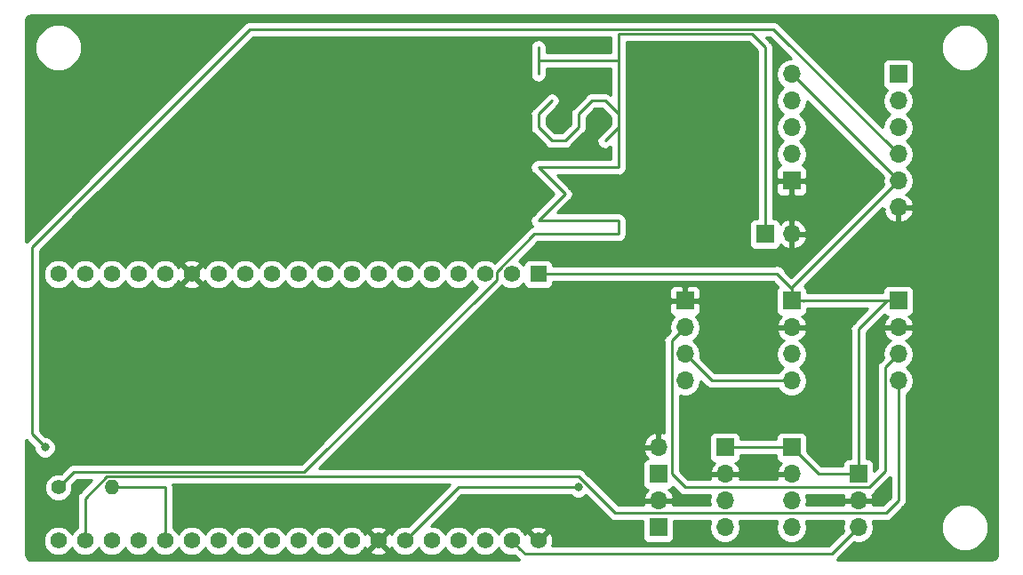
<source format=gbr>
G04 #@! TF.GenerationSoftware,KiCad,Pcbnew,(5.0.1)-4*
G04 #@! TF.CreationDate,2019-09-12T15:38:01+02:00*
G04 #@! TF.ProjectId,esp32roomlabel,6573703332726F6F6D6C6162656C2E6B,rev?*
G04 #@! TF.SameCoordinates,Original*
G04 #@! TF.FileFunction,Copper,L1,Top,Signal*
G04 #@! TF.FilePolarity,Positive*
%FSLAX46Y46*%
G04 Gerber Fmt 4.6, Leading zero omitted, Abs format (unit mm)*
G04 Created by KiCad (PCBNEW (5.0.1)-4) date 12.09.2019 15:38:01*
%MOMM*%
%LPD*%
G01*
G04 APERTURE LIST*
G04 #@! TA.AperFunction,ComponentPad*
%ADD10R,1.700000X1.700000*%
G04 #@! TD*
G04 #@! TA.AperFunction,ComponentPad*
%ADD11O,1.700000X1.700000*%
G04 #@! TD*
G04 #@! TA.AperFunction,ComponentPad*
%ADD12C,1.400000*%
G04 #@! TD*
G04 #@! TA.AperFunction,ComponentPad*
%ADD13O,1.400000X1.400000*%
G04 #@! TD*
G04 #@! TA.AperFunction,ComponentPad*
%ADD14C,1.560000*%
G04 #@! TD*
G04 #@! TA.AperFunction,ComponentPad*
%ADD15R,1.560000X1.560000*%
G04 #@! TD*
G04 #@! TA.AperFunction,ViaPad*
%ADD16C,0.800000*%
G04 #@! TD*
G04 #@! TA.AperFunction,Conductor*
%ADD17C,0.250000*%
G04 #@! TD*
G04 #@! TA.AperFunction,Conductor*
%ADD18C,0.254000*%
G04 #@! TD*
G04 APERTURE END LIST*
D10*
G04 #@! TO.P,J10,1*
G04 #@! TO.N,3V3*
X146050000Y-104140000D03*
D11*
G04 #@! TO.P,J10,2*
G04 #@! TO.N,GND*
X146050000Y-106680000D03*
G04 #@! TO.P,J10,3*
G04 #@! TO.N,5V*
X146050000Y-109220000D03*
G04 #@! TO.P,J10,4*
G04 #@! TO.N,AnalogIn*
X146050000Y-111760000D03*
G04 #@! TD*
D10*
G04 #@! TO.P,J11,1*
G04 #@! TO.N,GPIO12*
X146050000Y-82550000D03*
D11*
G04 #@! TO.P,J11,2*
G04 #@! TO.N,GPIO13*
X146050000Y-85090000D03*
G04 #@! TO.P,J11,3*
G04 #@! TO.N,GPIO14*
X146050000Y-87630000D03*
G04 #@! TO.P,J11,4*
G04 #@! TO.N,GPIO15*
X146050000Y-90170000D03*
G04 #@! TO.P,J11,5*
G04 #@! TO.N,3V3*
X146050000Y-92710000D03*
G04 #@! TO.P,J11,6*
G04 #@! TO.N,GND*
X146050000Y-95250000D03*
G04 #@! TD*
D12*
G04 #@! TO.P,R1,1*
G04 #@! TO.N,Net-(J9-Pad1)*
X66040000Y-121920000D03*
D13*
G04 #@! TO.P,R1,2*
G04 #@! TO.N,Net-(R1-Pad2)*
X71120000Y-121920000D03*
G04 #@! TD*
D14*
G04 #@! TO.P,U1,38*
G04 #@! TO.N,Net-(U1-Pad38)*
X66040000Y-127000000D03*
G04 #@! TO.P,U1,37*
G04 #@! TO.N,AnalogIn*
X68580000Y-127000000D03*
G04 #@! TO.P,U1,36*
G04 #@! TO.N,Net-(U1-Pad36)*
X71120000Y-127000000D03*
G04 #@! TO.P,U1,35*
G04 #@! TO.N,GPIO15*
X73660000Y-127000000D03*
G04 #@! TO.P,U1,34*
G04 #@! TO.N,Net-(R1-Pad2)*
X76200000Y-127000000D03*
G04 #@! TO.P,U1,33*
G04 #@! TO.N,Net-(U1-Pad33)*
X78740000Y-127000000D03*
G04 #@! TO.P,U1,32*
G04 #@! TO.N,Net-(U1-Pad32)*
X81280000Y-127000000D03*
G04 #@! TO.P,U1,31*
G04 #@! TO.N,Net-(U1-Pad31)*
X83820000Y-127000000D03*
G04 #@! TO.P,U1,30*
G04 #@! TO.N,Net-(U1-Pad30)*
X86360000Y-127000000D03*
G04 #@! TO.P,U1,29*
G04 #@! TO.N,Net-(U1-Pad29)*
X88900000Y-127000000D03*
G04 #@! TO.P,U1,28*
G04 #@! TO.N,CLK*
X91440000Y-127000000D03*
G04 #@! TO.P,U1,27*
G04 #@! TO.N,DTA*
X93980000Y-127000000D03*
G04 #@! TO.P,U1,26*
G04 #@! TO.N,GND*
X96520000Y-127000000D03*
G04 #@! TO.P,U1,25*
G04 #@! TO.N,SW1*
X99060000Y-127000000D03*
G04 #@! TO.P,U1,24*
G04 #@! TO.N,Net-(U1-Pad24)*
X101600000Y-127000000D03*
G04 #@! TO.P,U1,23*
G04 #@! TO.N,Net-(U1-Pad23)*
X104140000Y-127000000D03*
G04 #@! TO.P,U1,22*
G04 #@! TO.N,SW2*
X106680000Y-127000000D03*
G04 #@! TO.P,U1,21*
G04 #@! TO.N,DHT22*
X109220000Y-127000000D03*
G04 #@! TO.P,U1,20*
G04 #@! TO.N,GND*
X111760000Y-127000000D03*
G04 #@! TO.P,U1,18*
G04 #@! TO.N,Net-(U1-Pad18)*
X68580000Y-101600000D03*
G04 #@! TO.P,U1,17*
G04 #@! TO.N,Net-(U1-Pad17)*
X71120000Y-101600000D03*
G04 #@! TO.P,U1,16*
G04 #@! TO.N,Net-(U1-Pad16)*
X73660000Y-101600000D03*
G04 #@! TO.P,U1,15*
G04 #@! TO.N,GPIO13*
X76200000Y-101600000D03*
G04 #@! TO.P,U1,14*
G04 #@! TO.N,GND*
X78740000Y-101600000D03*
G04 #@! TO.P,U1,13*
G04 #@! TO.N,GPIO12*
X81280000Y-101600000D03*
G04 #@! TO.P,U1,12*
G04 #@! TO.N,GPIO14*
X83820000Y-101600000D03*
G04 #@! TO.P,U1,11*
G04 #@! TO.N,Net-(U1-Pad11)*
X86360000Y-101600000D03*
G04 #@! TO.P,U1,10*
G04 #@! TO.N,Net-(U1-Pad10)*
X88900000Y-101600000D03*
G04 #@! TO.P,U1,9*
G04 #@! TO.N,Net-(U1-Pad9)*
X91440000Y-101600000D03*
G04 #@! TO.P,U1,8*
G04 #@! TO.N,Net-(U1-Pad8)*
X93980000Y-101600000D03*
G04 #@! TO.P,U1,7*
G04 #@! TO.N,Net-(U1-Pad7)*
X96520000Y-101600000D03*
G04 #@! TO.P,U1,6*
G04 #@! TO.N,Net-(U1-Pad6)*
X99060000Y-101600000D03*
G04 #@! TO.P,U1,5*
G04 #@! TO.N,Net-(U1-Pad5)*
X101600000Y-101600000D03*
G04 #@! TO.P,U1,4*
G04 #@! TO.N,Net-(U1-Pad4)*
X104140000Y-101600000D03*
G04 #@! TO.P,U1,3*
G04 #@! TO.N,Net-(U1-Pad3)*
X106680000Y-101600000D03*
G04 #@! TO.P,U1,19*
G04 #@! TO.N,5V*
X66040000Y-101600000D03*
G04 #@! TO.P,U1,2*
G04 #@! TO.N,Net-(U1-Pad2)*
X109220000Y-101600000D03*
D15*
G04 #@! TO.P,U1,1*
G04 #@! TO.N,3V3*
X111760000Y-101600000D03*
G04 #@! TD*
D11*
G04 #@! TO.P,J1,4*
G04 #@! TO.N,DTA*
X135890000Y-111760000D03*
G04 #@! TO.P,J1,3*
G04 #@! TO.N,CLK*
X135890000Y-109220000D03*
G04 #@! TO.P,J1,2*
G04 #@! TO.N,GND*
X135890000Y-106680000D03*
D10*
G04 #@! TO.P,J1,1*
G04 #@! TO.N,3V3*
X135890000Y-104140000D03*
G04 #@! TD*
D11*
G04 #@! TO.P,J2,4*
G04 #@! TO.N,DTA*
X129540000Y-125730000D03*
G04 #@! TO.P,J2,3*
G04 #@! TO.N,CLK*
X129540000Y-123190000D03*
G04 #@! TO.P,J2,2*
G04 #@! TO.N,GND*
X129540000Y-120650000D03*
D10*
G04 #@! TO.P,J2,1*
G04 #@! TO.N,3V3*
X129540000Y-118110000D03*
G04 #@! TD*
D11*
G04 #@! TO.P,J3,4*
G04 #@! TO.N,CLK*
X125730000Y-111760000D03*
G04 #@! TO.P,J3,3*
G04 #@! TO.N,DTA*
X125730000Y-109220000D03*
G04 #@! TO.P,J3,2*
G04 #@! TO.N,5V*
X125730000Y-106680000D03*
D10*
G04 #@! TO.P,J3,1*
G04 #@! TO.N,GND*
X125730000Y-104140000D03*
G04 #@! TD*
D11*
G04 #@! TO.P,J4,5*
G04 #@! TO.N,3V3*
X135890000Y-82550000D03*
G04 #@! TO.P,J4,4*
G04 #@! TO.N,DTA*
X135890000Y-85090000D03*
G04 #@! TO.P,J4,3*
G04 #@! TO.N,CLK*
X135890000Y-87630000D03*
G04 #@! TO.P,J4,2*
G04 #@! TO.N,Net-(J4-Pad2)*
X135890000Y-90170000D03*
D10*
G04 #@! TO.P,J4,1*
G04 #@! TO.N,GND*
X135890000Y-92710000D03*
G04 #@! TD*
D11*
G04 #@! TO.P,J5,3*
G04 #@! TO.N,DHT22*
X142240000Y-125730000D03*
G04 #@! TO.P,J5,2*
G04 #@! TO.N,GND*
X142240000Y-123190000D03*
D10*
G04 #@! TO.P,J5,1*
G04 #@! TO.N,3V3*
X142240000Y-120650000D03*
G04 #@! TD*
D11*
G04 #@! TO.P,J6,2*
G04 #@! TO.N,GND*
X123190000Y-123190000D03*
D10*
G04 #@! TO.P,J6,1*
G04 #@! TO.N,SW1*
X123190000Y-125730000D03*
G04 #@! TD*
D11*
G04 #@! TO.P,J7,2*
G04 #@! TO.N,GND*
X123190000Y-118110000D03*
D10*
G04 #@! TO.P,J7,1*
G04 #@! TO.N,SW2*
X123190000Y-120650000D03*
G04 #@! TD*
D11*
G04 #@! TO.P,J8,4*
G04 #@! TO.N,DTA*
X135890000Y-125730000D03*
G04 #@! TO.P,J8,3*
G04 #@! TO.N,CLK*
X135890000Y-123190000D03*
G04 #@! TO.P,J8,2*
G04 #@! TO.N,GND*
X135890000Y-120650000D03*
D10*
G04 #@! TO.P,J8,1*
G04 #@! TO.N,3V3*
X135890000Y-118110000D03*
G04 #@! TD*
D11*
G04 #@! TO.P,J9,2*
G04 #@! TO.N,GND*
X135890000Y-97790000D03*
D10*
G04 #@! TO.P,J9,1*
G04 #@! TO.N,Net-(J9-Pad1)*
X133350000Y-97790000D03*
G04 #@! TD*
D16*
G04 #@! TO.N,GND*
X123190000Y-104140000D03*
X137795000Y-123190000D03*
X132080000Y-114300000D03*
X144780000Y-121920000D03*
G04 #@! TO.N,SW1*
X115570000Y-121920000D03*
G04 #@! TO.N,GPIO15*
X64770000Y-118110000D03*
G04 #@! TD*
D17*
G04 #@! TO.N,3V3*
X111760000Y-101600000D02*
X128270000Y-101600000D01*
X135890000Y-103040000D02*
X135890000Y-104140000D01*
X111760000Y-101600000D02*
X134450000Y-101600000D01*
X134450000Y-101600000D02*
X135890000Y-103040000D01*
X138430000Y-120650000D02*
X135890000Y-118110000D01*
X142240000Y-120650000D02*
X138430000Y-120650000D01*
X129540000Y-118110000D02*
X135890000Y-118110000D01*
X137065001Y-104215001D02*
X136990000Y-104140000D01*
X134525001Y-101524999D02*
X134450000Y-101600000D01*
X136990000Y-104140000D02*
X146050000Y-104140000D01*
X135890000Y-104140000D02*
X136990000Y-104140000D01*
X135890000Y-102870000D02*
X135890000Y-104140000D01*
X146050000Y-92710000D02*
X135890000Y-102870000D01*
X135890000Y-82550000D02*
X146050000Y-92710000D01*
X144950000Y-104140000D02*
X146050000Y-104140000D01*
X142240000Y-106850000D02*
X144950000Y-104140000D01*
X142240000Y-120650000D02*
X142240000Y-106850000D01*
G04 #@! TO.N,GND*
X142240000Y-123190000D02*
X138430000Y-123190000D01*
G04 #@! TO.N,DTA*
X128270000Y-111760000D02*
X135890000Y-111760000D01*
X125730000Y-109220000D02*
X128270000Y-111760000D01*
G04 #@! TO.N,5V*
X144780000Y-120395002D02*
X143255002Y-121920000D01*
X146050000Y-109220000D02*
X144780000Y-110490000D01*
X144780000Y-110490000D02*
X144780000Y-120395002D01*
X143255002Y-121920000D02*
X125730000Y-121920000D01*
X125730000Y-121920000D02*
X124460000Y-120650000D01*
X124460000Y-107950000D02*
X125730000Y-106680000D01*
X124460000Y-120650000D02*
X124460000Y-107950000D01*
G04 #@! TO.N,DHT22*
X109999999Y-127779999D02*
X109220000Y-127000000D01*
X110490000Y-128270000D02*
X109999999Y-127779999D01*
X139700000Y-128270000D02*
X110490000Y-128270000D01*
X142240000Y-125730000D02*
X139700000Y-128270000D01*
G04 #@! TO.N,SW1*
X104140000Y-121920000D02*
X99060000Y-127000000D01*
X115570000Y-121920000D02*
X104140000Y-121920000D01*
G04 #@! TO.N,Net-(J9-Pad1)*
X119380000Y-87630000D02*
X118110000Y-88900000D01*
X119380000Y-87630000D02*
X119380000Y-86360000D01*
X119380000Y-86360000D02*
X118110000Y-85090000D01*
X118110000Y-85090000D02*
X116840000Y-85090000D01*
X116840000Y-85090000D02*
X115570000Y-86360000D01*
X115570000Y-86360000D02*
X115570000Y-87630000D01*
X115570000Y-87630000D02*
X114300000Y-88900000D01*
X114300000Y-88900000D02*
X113030000Y-88900000D01*
X113030000Y-88900000D02*
X111760000Y-87630000D01*
X111760000Y-87630000D02*
X111760000Y-86360000D01*
X111760000Y-86360000D02*
X113030000Y-85090000D01*
X119380000Y-86360000D02*
X119380000Y-81280000D01*
X119380000Y-81280000D02*
X111760000Y-81280000D01*
X119380000Y-81280000D02*
X119380000Y-80010000D01*
X111760000Y-81280000D02*
X111760000Y-80010000D01*
X111760000Y-81280000D02*
X111760000Y-82550000D01*
X119380000Y-78740000D02*
X132080000Y-78740000D01*
X133350000Y-80010000D02*
X133350000Y-97790000D01*
X132080000Y-78740000D02*
X133350000Y-80010000D01*
X67515011Y-120444989D02*
X66739999Y-121220001D01*
X89470413Y-120444989D02*
X67515011Y-120444989D01*
X66739999Y-121220001D02*
X66040000Y-121920000D01*
X107785001Y-102130401D02*
X89470413Y-120444989D01*
X107785001Y-101399597D02*
X107785001Y-102130401D01*
X119380000Y-97790000D02*
X111394598Y-97790000D01*
X111760000Y-96520000D02*
X119380000Y-96520000D01*
X114300000Y-93980000D02*
X111760000Y-96520000D01*
X111760000Y-91440000D02*
X114300000Y-93980000D01*
X111394598Y-97790000D02*
X107785001Y-101399597D01*
X119380000Y-91440000D02*
X111760000Y-91440000D01*
X119380000Y-87630000D02*
X119380000Y-91440000D01*
X119380000Y-97790000D02*
X119380000Y-96520000D01*
X119380000Y-80010000D02*
X119380000Y-78740000D01*
G04 #@! TO.N,Net-(R1-Pad2)*
X76200000Y-127000000D02*
X76200000Y-121920000D01*
X71120000Y-121920000D02*
X76200000Y-121920000D01*
G04 #@! TO.N,AnalogIn*
X68580000Y-125896914D02*
X68580000Y-127000000D01*
X68580000Y-122942998D02*
X68580000Y-125896914D01*
X146050000Y-123190000D02*
X144874999Y-124365001D01*
X146050000Y-111760000D02*
X146050000Y-123190000D01*
X144874999Y-124365001D02*
X119088003Y-124365001D01*
X119088003Y-124365001D02*
X115618001Y-120894999D01*
X115618001Y-120894999D02*
X70627999Y-120894999D01*
X70627999Y-120894999D02*
X68580000Y-122942998D01*
G04 #@! TO.N,GPIO15*
X134169990Y-78289990D02*
X84270010Y-78289990D01*
X146050000Y-90170000D02*
X134169990Y-78289990D01*
X84270010Y-78289990D02*
X67310000Y-95250000D01*
X67310000Y-95250000D02*
X63500000Y-99060000D01*
X63500000Y-99060000D02*
X63500000Y-116840000D01*
X63500000Y-116840000D02*
X64770000Y-118110000D01*
G04 #@! TD*
D18*
G04 #@! TO.N,GND*
G36*
X118620000Y-80084851D02*
X118620001Y-80084855D01*
X118620001Y-80520000D01*
X112520000Y-80520000D01*
X112520000Y-79935148D01*
X112475904Y-79713463D01*
X112307929Y-79462071D01*
X112056537Y-79294096D01*
X111760000Y-79235111D01*
X111463464Y-79294096D01*
X111212072Y-79462071D01*
X111044097Y-79713463D01*
X111000001Y-79935148D01*
X111000000Y-81205148D01*
X110985111Y-81280000D01*
X111000000Y-81354851D01*
X111000001Y-82624852D01*
X111044097Y-82846537D01*
X111212072Y-83097929D01*
X111463464Y-83265904D01*
X111760000Y-83324889D01*
X112056537Y-83265904D01*
X112307929Y-83097929D01*
X112475904Y-82846537D01*
X112520000Y-82624852D01*
X112520000Y-82040000D01*
X118620001Y-82040000D01*
X118620000Y-84516728D01*
X118406537Y-84374096D01*
X118184852Y-84330000D01*
X118184847Y-84330000D01*
X118110000Y-84315112D01*
X118035153Y-84330000D01*
X116914846Y-84330000D01*
X116839999Y-84315112D01*
X116765152Y-84330000D01*
X116765148Y-84330000D01*
X116543463Y-84374096D01*
X116292071Y-84542071D01*
X116249671Y-84605527D01*
X115085530Y-85769669D01*
X115022071Y-85812071D01*
X114854096Y-86063464D01*
X114810000Y-86285149D01*
X114810000Y-86285153D01*
X114795112Y-86360000D01*
X114810000Y-86434847D01*
X114810001Y-87315197D01*
X113985199Y-88140000D01*
X113344802Y-88140000D01*
X112520000Y-87315199D01*
X112520000Y-86674801D01*
X113620329Y-85574473D01*
X113745903Y-85386538D01*
X113804888Y-85090001D01*
X113745903Y-84793463D01*
X113577929Y-84542071D01*
X113326537Y-84374097D01*
X113029999Y-84315112D01*
X112733462Y-84374097D01*
X112545527Y-84499671D01*
X111275528Y-85769671D01*
X111212072Y-85812071D01*
X111169672Y-85875527D01*
X111169671Y-85875528D01*
X111044097Y-86063463D01*
X110985112Y-86360000D01*
X111000001Y-86434851D01*
X111000000Y-87555153D01*
X110985112Y-87630000D01*
X111000000Y-87704847D01*
X111000000Y-87704851D01*
X111044096Y-87926536D01*
X111212071Y-88177929D01*
X111275530Y-88220331D01*
X112439671Y-89384473D01*
X112482071Y-89447929D01*
X112733463Y-89615904D01*
X112955148Y-89660000D01*
X112955152Y-89660000D01*
X113029999Y-89674888D01*
X113104846Y-89660000D01*
X114225153Y-89660000D01*
X114300000Y-89674888D01*
X114374847Y-89660000D01*
X114374852Y-89660000D01*
X114596537Y-89615904D01*
X114847929Y-89447929D01*
X114890331Y-89384470D01*
X116054473Y-88220329D01*
X116117929Y-88177929D01*
X116285904Y-87926537D01*
X116330000Y-87704852D01*
X116330000Y-87704848D01*
X116344888Y-87630001D01*
X116330000Y-87555154D01*
X116330000Y-86674801D01*
X117154802Y-85850000D01*
X117795199Y-85850000D01*
X118620001Y-86674803D01*
X118620000Y-87315198D01*
X117519671Y-88415528D01*
X117394097Y-88603463D01*
X117335112Y-88900000D01*
X117394097Y-89196537D01*
X117562071Y-89447929D01*
X117813463Y-89615903D01*
X118110000Y-89674888D01*
X118406537Y-89615903D01*
X118594472Y-89490329D01*
X118620000Y-89464801D01*
X118620001Y-90680000D01*
X111834847Y-90680000D01*
X111760000Y-90665112D01*
X111685153Y-90680000D01*
X111685148Y-90680000D01*
X111463463Y-90724096D01*
X111212071Y-90892071D01*
X111044096Y-91143463D01*
X110985111Y-91440000D01*
X111044096Y-91736537D01*
X111212071Y-91987929D01*
X111275530Y-92030331D01*
X113225197Y-93980000D01*
X111275530Y-95929669D01*
X111212071Y-95972071D01*
X111044096Y-96223463D01*
X110985111Y-96520000D01*
X111044096Y-96816537D01*
X111202333Y-97053355D01*
X111098061Y-97074096D01*
X110846669Y-97242071D01*
X110804269Y-97305527D01*
X107595454Y-100514342D01*
X107481533Y-100400421D01*
X106961461Y-100185000D01*
X106398539Y-100185000D01*
X105878467Y-100400421D01*
X105480421Y-100798467D01*
X105410000Y-100968478D01*
X105339579Y-100798467D01*
X104941533Y-100400421D01*
X104421461Y-100185000D01*
X103858539Y-100185000D01*
X103338467Y-100400421D01*
X102940421Y-100798467D01*
X102870000Y-100968478D01*
X102799579Y-100798467D01*
X102401533Y-100400421D01*
X101881461Y-100185000D01*
X101318539Y-100185000D01*
X100798467Y-100400421D01*
X100400421Y-100798467D01*
X100330000Y-100968478D01*
X100259579Y-100798467D01*
X99861533Y-100400421D01*
X99341461Y-100185000D01*
X98778539Y-100185000D01*
X98258467Y-100400421D01*
X97860421Y-100798467D01*
X97790000Y-100968478D01*
X97719579Y-100798467D01*
X97321533Y-100400421D01*
X96801461Y-100185000D01*
X96238539Y-100185000D01*
X95718467Y-100400421D01*
X95320421Y-100798467D01*
X95250000Y-100968478D01*
X95179579Y-100798467D01*
X94781533Y-100400421D01*
X94261461Y-100185000D01*
X93698539Y-100185000D01*
X93178467Y-100400421D01*
X92780421Y-100798467D01*
X92710000Y-100968478D01*
X92639579Y-100798467D01*
X92241533Y-100400421D01*
X91721461Y-100185000D01*
X91158539Y-100185000D01*
X90638467Y-100400421D01*
X90240421Y-100798467D01*
X90170000Y-100968478D01*
X90099579Y-100798467D01*
X89701533Y-100400421D01*
X89181461Y-100185000D01*
X88618539Y-100185000D01*
X88098467Y-100400421D01*
X87700421Y-100798467D01*
X87630000Y-100968478D01*
X87559579Y-100798467D01*
X87161533Y-100400421D01*
X86641461Y-100185000D01*
X86078539Y-100185000D01*
X85558467Y-100400421D01*
X85160421Y-100798467D01*
X85090000Y-100968478D01*
X85019579Y-100798467D01*
X84621533Y-100400421D01*
X84101461Y-100185000D01*
X83538539Y-100185000D01*
X83018467Y-100400421D01*
X82620421Y-100798467D01*
X82550000Y-100968478D01*
X82479579Y-100798467D01*
X82081533Y-100400421D01*
X81561461Y-100185000D01*
X80998539Y-100185000D01*
X80478467Y-100400421D01*
X80080421Y-100798467D01*
X80016527Y-100952722D01*
X79977303Y-100858028D01*
X79733255Y-100786350D01*
X78919605Y-101600000D01*
X79733255Y-102413650D01*
X79977303Y-102341972D01*
X80013674Y-102240391D01*
X80080421Y-102401533D01*
X80478467Y-102799579D01*
X80998539Y-103015000D01*
X81561461Y-103015000D01*
X82081533Y-102799579D01*
X82479579Y-102401533D01*
X82550000Y-102231522D01*
X82620421Y-102401533D01*
X83018467Y-102799579D01*
X83538539Y-103015000D01*
X84101461Y-103015000D01*
X84621533Y-102799579D01*
X85019579Y-102401533D01*
X85090000Y-102231522D01*
X85160421Y-102401533D01*
X85558467Y-102799579D01*
X86078539Y-103015000D01*
X86641461Y-103015000D01*
X87161533Y-102799579D01*
X87559579Y-102401533D01*
X87630000Y-102231522D01*
X87700421Y-102401533D01*
X88098467Y-102799579D01*
X88618539Y-103015000D01*
X89181461Y-103015000D01*
X89701533Y-102799579D01*
X90099579Y-102401533D01*
X90170000Y-102231522D01*
X90240421Y-102401533D01*
X90638467Y-102799579D01*
X91158539Y-103015000D01*
X91721461Y-103015000D01*
X92241533Y-102799579D01*
X92639579Y-102401533D01*
X92710000Y-102231522D01*
X92780421Y-102401533D01*
X93178467Y-102799579D01*
X93698539Y-103015000D01*
X94261461Y-103015000D01*
X94781533Y-102799579D01*
X95179579Y-102401533D01*
X95250000Y-102231522D01*
X95320421Y-102401533D01*
X95718467Y-102799579D01*
X96238539Y-103015000D01*
X96801461Y-103015000D01*
X97321533Y-102799579D01*
X97719579Y-102401533D01*
X97790000Y-102231522D01*
X97860421Y-102401533D01*
X98258467Y-102799579D01*
X98778539Y-103015000D01*
X99341461Y-103015000D01*
X99861533Y-102799579D01*
X100259579Y-102401533D01*
X100330000Y-102231522D01*
X100400421Y-102401533D01*
X100798467Y-102799579D01*
X101318539Y-103015000D01*
X101881461Y-103015000D01*
X102401533Y-102799579D01*
X102799579Y-102401533D01*
X102870000Y-102231522D01*
X102940421Y-102401533D01*
X103338467Y-102799579D01*
X103858539Y-103015000D01*
X104421461Y-103015000D01*
X104941533Y-102799579D01*
X105339579Y-102401533D01*
X105410000Y-102231522D01*
X105480421Y-102401533D01*
X105878467Y-102799579D01*
X105993410Y-102847190D01*
X89155612Y-119684989D01*
X67589857Y-119684989D01*
X67515010Y-119670101D01*
X67440163Y-119684989D01*
X67440159Y-119684989D01*
X67218474Y-119729085D01*
X67218472Y-119729086D01*
X67218473Y-119729086D01*
X67030537Y-119854660D01*
X67030535Y-119854662D01*
X66967082Y-119897060D01*
X66924684Y-119960514D01*
X66300199Y-120585000D01*
X65774452Y-120585000D01*
X65283783Y-120788242D01*
X64908242Y-121163783D01*
X64705000Y-121654452D01*
X64705000Y-122185548D01*
X64908242Y-122676217D01*
X65283783Y-123051758D01*
X65774452Y-123255000D01*
X66305548Y-123255000D01*
X66796217Y-123051758D01*
X67171758Y-122676217D01*
X67375000Y-122185548D01*
X67375000Y-121659801D01*
X67829813Y-121204989D01*
X69243207Y-121204989D01*
X68095530Y-122352667D01*
X68032071Y-122395069D01*
X67864096Y-122646462D01*
X67820000Y-122868147D01*
X67820000Y-122868151D01*
X67805112Y-122942998D01*
X67820000Y-123017845D01*
X67820001Y-125783217D01*
X67778467Y-125800421D01*
X67380421Y-126198467D01*
X67310000Y-126368478D01*
X67239579Y-126198467D01*
X66841533Y-125800421D01*
X66321461Y-125585000D01*
X65758539Y-125585000D01*
X65238467Y-125800421D01*
X64840421Y-126198467D01*
X64625000Y-126718539D01*
X64625000Y-127281461D01*
X64840421Y-127801533D01*
X65238467Y-128199579D01*
X65758539Y-128415000D01*
X66321461Y-128415000D01*
X66841533Y-128199579D01*
X67239579Y-127801533D01*
X67310000Y-127631522D01*
X67380421Y-127801533D01*
X67778467Y-128199579D01*
X68298539Y-128415000D01*
X68861461Y-128415000D01*
X69381533Y-128199579D01*
X69779579Y-127801533D01*
X69850000Y-127631522D01*
X69920421Y-127801533D01*
X70318467Y-128199579D01*
X70838539Y-128415000D01*
X71401461Y-128415000D01*
X71921533Y-128199579D01*
X72319579Y-127801533D01*
X72390000Y-127631522D01*
X72460421Y-127801533D01*
X72858467Y-128199579D01*
X73378539Y-128415000D01*
X73941461Y-128415000D01*
X74461533Y-128199579D01*
X74859579Y-127801533D01*
X74930000Y-127631522D01*
X75000421Y-127801533D01*
X75398467Y-128199579D01*
X75918539Y-128415000D01*
X76481461Y-128415000D01*
X77001533Y-128199579D01*
X77399579Y-127801533D01*
X77470000Y-127631522D01*
X77540421Y-127801533D01*
X77938467Y-128199579D01*
X78458539Y-128415000D01*
X79021461Y-128415000D01*
X79541533Y-128199579D01*
X79939579Y-127801533D01*
X80010000Y-127631522D01*
X80080421Y-127801533D01*
X80478467Y-128199579D01*
X80998539Y-128415000D01*
X81561461Y-128415000D01*
X82081533Y-128199579D01*
X82479579Y-127801533D01*
X82550000Y-127631522D01*
X82620421Y-127801533D01*
X83018467Y-128199579D01*
X83538539Y-128415000D01*
X84101461Y-128415000D01*
X84621533Y-128199579D01*
X85019579Y-127801533D01*
X85090000Y-127631522D01*
X85160421Y-127801533D01*
X85558467Y-128199579D01*
X86078539Y-128415000D01*
X86641461Y-128415000D01*
X87161533Y-128199579D01*
X87559579Y-127801533D01*
X87630000Y-127631522D01*
X87700421Y-127801533D01*
X88098467Y-128199579D01*
X88618539Y-128415000D01*
X89181461Y-128415000D01*
X89701533Y-128199579D01*
X90099579Y-127801533D01*
X90170000Y-127631522D01*
X90240421Y-127801533D01*
X90638467Y-128199579D01*
X91158539Y-128415000D01*
X91721461Y-128415000D01*
X92241533Y-128199579D01*
X92639579Y-127801533D01*
X92710000Y-127631522D01*
X92780421Y-127801533D01*
X93178467Y-128199579D01*
X93698539Y-128415000D01*
X94261461Y-128415000D01*
X94781533Y-128199579D01*
X94987857Y-127993255D01*
X95706350Y-127993255D01*
X95778028Y-128237303D01*
X96308003Y-128427060D01*
X96870252Y-128399559D01*
X97261972Y-128237303D01*
X97333650Y-127993255D01*
X96520000Y-127179605D01*
X95706350Y-127993255D01*
X94987857Y-127993255D01*
X95179579Y-127801533D01*
X95243473Y-127647278D01*
X95282697Y-127741972D01*
X95526745Y-127813650D01*
X96340395Y-127000000D01*
X95526745Y-126186350D01*
X95282697Y-126258028D01*
X95246326Y-126359609D01*
X95179579Y-126198467D01*
X94987857Y-126006745D01*
X95706350Y-126006745D01*
X96520000Y-126820395D01*
X97333650Y-126006745D01*
X97261972Y-125762697D01*
X96731997Y-125572940D01*
X96169748Y-125600441D01*
X95778028Y-125762697D01*
X95706350Y-126006745D01*
X94987857Y-126006745D01*
X94781533Y-125800421D01*
X94261461Y-125585000D01*
X93698539Y-125585000D01*
X93178467Y-125800421D01*
X92780421Y-126198467D01*
X92710000Y-126368478D01*
X92639579Y-126198467D01*
X92241533Y-125800421D01*
X91721461Y-125585000D01*
X91158539Y-125585000D01*
X90638467Y-125800421D01*
X90240421Y-126198467D01*
X90170000Y-126368478D01*
X90099579Y-126198467D01*
X89701533Y-125800421D01*
X89181461Y-125585000D01*
X88618539Y-125585000D01*
X88098467Y-125800421D01*
X87700421Y-126198467D01*
X87630000Y-126368478D01*
X87559579Y-126198467D01*
X87161533Y-125800421D01*
X86641461Y-125585000D01*
X86078539Y-125585000D01*
X85558467Y-125800421D01*
X85160421Y-126198467D01*
X85090000Y-126368478D01*
X85019579Y-126198467D01*
X84621533Y-125800421D01*
X84101461Y-125585000D01*
X83538539Y-125585000D01*
X83018467Y-125800421D01*
X82620421Y-126198467D01*
X82550000Y-126368478D01*
X82479579Y-126198467D01*
X82081533Y-125800421D01*
X81561461Y-125585000D01*
X80998539Y-125585000D01*
X80478467Y-125800421D01*
X80080421Y-126198467D01*
X80010000Y-126368478D01*
X79939579Y-126198467D01*
X79541533Y-125800421D01*
X79021461Y-125585000D01*
X78458539Y-125585000D01*
X77938467Y-125800421D01*
X77540421Y-126198467D01*
X77470000Y-126368478D01*
X77399579Y-126198467D01*
X77001533Y-125800421D01*
X76960000Y-125783217D01*
X76960000Y-121994852D01*
X76974889Y-121920000D01*
X76922177Y-121654999D01*
X103330199Y-121654999D01*
X99382995Y-125602204D01*
X99341461Y-125585000D01*
X98778539Y-125585000D01*
X98258467Y-125800421D01*
X97860421Y-126198467D01*
X97796527Y-126352722D01*
X97757303Y-126258028D01*
X97513255Y-126186350D01*
X96699605Y-127000000D01*
X97513255Y-127813650D01*
X97757303Y-127741972D01*
X97793674Y-127640391D01*
X97860421Y-127801533D01*
X98258467Y-128199579D01*
X98778539Y-128415000D01*
X99341461Y-128415000D01*
X99861533Y-128199579D01*
X100259579Y-127801533D01*
X100330000Y-127631522D01*
X100400421Y-127801533D01*
X100798467Y-128199579D01*
X101318539Y-128415000D01*
X101881461Y-128415000D01*
X102401533Y-128199579D01*
X102799579Y-127801533D01*
X102870000Y-127631522D01*
X102940421Y-127801533D01*
X103338467Y-128199579D01*
X103858539Y-128415000D01*
X104421461Y-128415000D01*
X104941533Y-128199579D01*
X105339579Y-127801533D01*
X105410000Y-127631522D01*
X105480421Y-127801533D01*
X105878467Y-128199579D01*
X106398539Y-128415000D01*
X106961461Y-128415000D01*
X107481533Y-128199579D01*
X107879579Y-127801533D01*
X107950000Y-127631522D01*
X108020421Y-127801533D01*
X108418467Y-128199579D01*
X108938539Y-128415000D01*
X109501461Y-128415000D01*
X109542995Y-128397796D01*
X109899671Y-128754472D01*
X109942071Y-128817929D01*
X109960137Y-128830000D01*
X63562119Y-128830000D01*
X63312213Y-128785935D01*
X63147081Y-128690596D01*
X63024512Y-128544524D01*
X62948445Y-128335532D01*
X62940000Y-128239004D01*
X62940000Y-117369862D01*
X62952072Y-117387929D01*
X63015528Y-117430329D01*
X63735000Y-118149802D01*
X63735000Y-118315874D01*
X63892569Y-118696280D01*
X64183720Y-118987431D01*
X64564126Y-119145000D01*
X64975874Y-119145000D01*
X65356280Y-118987431D01*
X65647431Y-118696280D01*
X65805000Y-118315874D01*
X65805000Y-117904126D01*
X65647431Y-117523720D01*
X65356280Y-117232569D01*
X64975874Y-117075000D01*
X64809802Y-117075000D01*
X64260000Y-116525199D01*
X64260000Y-101318539D01*
X64625000Y-101318539D01*
X64625000Y-101881461D01*
X64840421Y-102401533D01*
X65238467Y-102799579D01*
X65758539Y-103015000D01*
X66321461Y-103015000D01*
X66841533Y-102799579D01*
X67239579Y-102401533D01*
X67310000Y-102231522D01*
X67380421Y-102401533D01*
X67778467Y-102799579D01*
X68298539Y-103015000D01*
X68861461Y-103015000D01*
X69381533Y-102799579D01*
X69779579Y-102401533D01*
X69850000Y-102231522D01*
X69920421Y-102401533D01*
X70318467Y-102799579D01*
X70838539Y-103015000D01*
X71401461Y-103015000D01*
X71921533Y-102799579D01*
X72319579Y-102401533D01*
X72390000Y-102231522D01*
X72460421Y-102401533D01*
X72858467Y-102799579D01*
X73378539Y-103015000D01*
X73941461Y-103015000D01*
X74461533Y-102799579D01*
X74859579Y-102401533D01*
X74930000Y-102231522D01*
X75000421Y-102401533D01*
X75398467Y-102799579D01*
X75918539Y-103015000D01*
X76481461Y-103015000D01*
X77001533Y-102799579D01*
X77207857Y-102593255D01*
X77926350Y-102593255D01*
X77998028Y-102837303D01*
X78528003Y-103027060D01*
X79090252Y-102999559D01*
X79481972Y-102837303D01*
X79553650Y-102593255D01*
X78740000Y-101779605D01*
X77926350Y-102593255D01*
X77207857Y-102593255D01*
X77399579Y-102401533D01*
X77463473Y-102247278D01*
X77502697Y-102341972D01*
X77746745Y-102413650D01*
X78560395Y-101600000D01*
X77746745Y-100786350D01*
X77502697Y-100858028D01*
X77466326Y-100959609D01*
X77399579Y-100798467D01*
X77207857Y-100606745D01*
X77926350Y-100606745D01*
X78740000Y-101420395D01*
X79553650Y-100606745D01*
X79481972Y-100362697D01*
X78951997Y-100172940D01*
X78389748Y-100200441D01*
X77998028Y-100362697D01*
X77926350Y-100606745D01*
X77207857Y-100606745D01*
X77001533Y-100400421D01*
X76481461Y-100185000D01*
X75918539Y-100185000D01*
X75398467Y-100400421D01*
X75000421Y-100798467D01*
X74930000Y-100968478D01*
X74859579Y-100798467D01*
X74461533Y-100400421D01*
X73941461Y-100185000D01*
X73378539Y-100185000D01*
X72858467Y-100400421D01*
X72460421Y-100798467D01*
X72390000Y-100968478D01*
X72319579Y-100798467D01*
X71921533Y-100400421D01*
X71401461Y-100185000D01*
X70838539Y-100185000D01*
X70318467Y-100400421D01*
X69920421Y-100798467D01*
X69850000Y-100968478D01*
X69779579Y-100798467D01*
X69381533Y-100400421D01*
X68861461Y-100185000D01*
X68298539Y-100185000D01*
X67778467Y-100400421D01*
X67380421Y-100798467D01*
X67310000Y-100968478D01*
X67239579Y-100798467D01*
X66841533Y-100400421D01*
X66321461Y-100185000D01*
X65758539Y-100185000D01*
X65238467Y-100400421D01*
X64840421Y-100798467D01*
X64625000Y-101318539D01*
X64260000Y-101318539D01*
X64260000Y-99374801D01*
X67900329Y-95734473D01*
X67900331Y-95734470D01*
X84584812Y-79049990D01*
X118620001Y-79049990D01*
X118620000Y-80084851D01*
X118620000Y-80084851D01*
G37*
X118620000Y-80084851D02*
X118620001Y-80084855D01*
X118620001Y-80520000D01*
X112520000Y-80520000D01*
X112520000Y-79935148D01*
X112475904Y-79713463D01*
X112307929Y-79462071D01*
X112056537Y-79294096D01*
X111760000Y-79235111D01*
X111463464Y-79294096D01*
X111212072Y-79462071D01*
X111044097Y-79713463D01*
X111000001Y-79935148D01*
X111000000Y-81205148D01*
X110985111Y-81280000D01*
X111000000Y-81354851D01*
X111000001Y-82624852D01*
X111044097Y-82846537D01*
X111212072Y-83097929D01*
X111463464Y-83265904D01*
X111760000Y-83324889D01*
X112056537Y-83265904D01*
X112307929Y-83097929D01*
X112475904Y-82846537D01*
X112520000Y-82624852D01*
X112520000Y-82040000D01*
X118620001Y-82040000D01*
X118620000Y-84516728D01*
X118406537Y-84374096D01*
X118184852Y-84330000D01*
X118184847Y-84330000D01*
X118110000Y-84315112D01*
X118035153Y-84330000D01*
X116914846Y-84330000D01*
X116839999Y-84315112D01*
X116765152Y-84330000D01*
X116765148Y-84330000D01*
X116543463Y-84374096D01*
X116292071Y-84542071D01*
X116249671Y-84605527D01*
X115085530Y-85769669D01*
X115022071Y-85812071D01*
X114854096Y-86063464D01*
X114810000Y-86285149D01*
X114810000Y-86285153D01*
X114795112Y-86360000D01*
X114810000Y-86434847D01*
X114810001Y-87315197D01*
X113985199Y-88140000D01*
X113344802Y-88140000D01*
X112520000Y-87315199D01*
X112520000Y-86674801D01*
X113620329Y-85574473D01*
X113745903Y-85386538D01*
X113804888Y-85090001D01*
X113745903Y-84793463D01*
X113577929Y-84542071D01*
X113326537Y-84374097D01*
X113029999Y-84315112D01*
X112733462Y-84374097D01*
X112545527Y-84499671D01*
X111275528Y-85769671D01*
X111212072Y-85812071D01*
X111169672Y-85875527D01*
X111169671Y-85875528D01*
X111044097Y-86063463D01*
X110985112Y-86360000D01*
X111000001Y-86434851D01*
X111000000Y-87555153D01*
X110985112Y-87630000D01*
X111000000Y-87704847D01*
X111000000Y-87704851D01*
X111044096Y-87926536D01*
X111212071Y-88177929D01*
X111275530Y-88220331D01*
X112439671Y-89384473D01*
X112482071Y-89447929D01*
X112733463Y-89615904D01*
X112955148Y-89660000D01*
X112955152Y-89660000D01*
X113029999Y-89674888D01*
X113104846Y-89660000D01*
X114225153Y-89660000D01*
X114300000Y-89674888D01*
X114374847Y-89660000D01*
X114374852Y-89660000D01*
X114596537Y-89615904D01*
X114847929Y-89447929D01*
X114890331Y-89384470D01*
X116054473Y-88220329D01*
X116117929Y-88177929D01*
X116285904Y-87926537D01*
X116330000Y-87704852D01*
X116330000Y-87704848D01*
X116344888Y-87630001D01*
X116330000Y-87555154D01*
X116330000Y-86674801D01*
X117154802Y-85850000D01*
X117795199Y-85850000D01*
X118620001Y-86674803D01*
X118620000Y-87315198D01*
X117519671Y-88415528D01*
X117394097Y-88603463D01*
X117335112Y-88900000D01*
X117394097Y-89196537D01*
X117562071Y-89447929D01*
X117813463Y-89615903D01*
X118110000Y-89674888D01*
X118406537Y-89615903D01*
X118594472Y-89490329D01*
X118620000Y-89464801D01*
X118620001Y-90680000D01*
X111834847Y-90680000D01*
X111760000Y-90665112D01*
X111685153Y-90680000D01*
X111685148Y-90680000D01*
X111463463Y-90724096D01*
X111212071Y-90892071D01*
X111044096Y-91143463D01*
X110985111Y-91440000D01*
X111044096Y-91736537D01*
X111212071Y-91987929D01*
X111275530Y-92030331D01*
X113225197Y-93980000D01*
X111275530Y-95929669D01*
X111212071Y-95972071D01*
X111044096Y-96223463D01*
X110985111Y-96520000D01*
X111044096Y-96816537D01*
X111202333Y-97053355D01*
X111098061Y-97074096D01*
X110846669Y-97242071D01*
X110804269Y-97305527D01*
X107595454Y-100514342D01*
X107481533Y-100400421D01*
X106961461Y-100185000D01*
X106398539Y-100185000D01*
X105878467Y-100400421D01*
X105480421Y-100798467D01*
X105410000Y-100968478D01*
X105339579Y-100798467D01*
X104941533Y-100400421D01*
X104421461Y-100185000D01*
X103858539Y-100185000D01*
X103338467Y-100400421D01*
X102940421Y-100798467D01*
X102870000Y-100968478D01*
X102799579Y-100798467D01*
X102401533Y-100400421D01*
X101881461Y-100185000D01*
X101318539Y-100185000D01*
X100798467Y-100400421D01*
X100400421Y-100798467D01*
X100330000Y-100968478D01*
X100259579Y-100798467D01*
X99861533Y-100400421D01*
X99341461Y-100185000D01*
X98778539Y-100185000D01*
X98258467Y-100400421D01*
X97860421Y-100798467D01*
X97790000Y-100968478D01*
X97719579Y-100798467D01*
X97321533Y-100400421D01*
X96801461Y-100185000D01*
X96238539Y-100185000D01*
X95718467Y-100400421D01*
X95320421Y-100798467D01*
X95250000Y-100968478D01*
X95179579Y-100798467D01*
X94781533Y-100400421D01*
X94261461Y-100185000D01*
X93698539Y-100185000D01*
X93178467Y-100400421D01*
X92780421Y-100798467D01*
X92710000Y-100968478D01*
X92639579Y-100798467D01*
X92241533Y-100400421D01*
X91721461Y-100185000D01*
X91158539Y-100185000D01*
X90638467Y-100400421D01*
X90240421Y-100798467D01*
X90170000Y-100968478D01*
X90099579Y-100798467D01*
X89701533Y-100400421D01*
X89181461Y-100185000D01*
X88618539Y-100185000D01*
X88098467Y-100400421D01*
X87700421Y-100798467D01*
X87630000Y-100968478D01*
X87559579Y-100798467D01*
X87161533Y-100400421D01*
X86641461Y-100185000D01*
X86078539Y-100185000D01*
X85558467Y-100400421D01*
X85160421Y-100798467D01*
X85090000Y-100968478D01*
X85019579Y-100798467D01*
X84621533Y-100400421D01*
X84101461Y-100185000D01*
X83538539Y-100185000D01*
X83018467Y-100400421D01*
X82620421Y-100798467D01*
X82550000Y-100968478D01*
X82479579Y-100798467D01*
X82081533Y-100400421D01*
X81561461Y-100185000D01*
X80998539Y-100185000D01*
X80478467Y-100400421D01*
X80080421Y-100798467D01*
X80016527Y-100952722D01*
X79977303Y-100858028D01*
X79733255Y-100786350D01*
X78919605Y-101600000D01*
X79733255Y-102413650D01*
X79977303Y-102341972D01*
X80013674Y-102240391D01*
X80080421Y-102401533D01*
X80478467Y-102799579D01*
X80998539Y-103015000D01*
X81561461Y-103015000D01*
X82081533Y-102799579D01*
X82479579Y-102401533D01*
X82550000Y-102231522D01*
X82620421Y-102401533D01*
X83018467Y-102799579D01*
X83538539Y-103015000D01*
X84101461Y-103015000D01*
X84621533Y-102799579D01*
X85019579Y-102401533D01*
X85090000Y-102231522D01*
X85160421Y-102401533D01*
X85558467Y-102799579D01*
X86078539Y-103015000D01*
X86641461Y-103015000D01*
X87161533Y-102799579D01*
X87559579Y-102401533D01*
X87630000Y-102231522D01*
X87700421Y-102401533D01*
X88098467Y-102799579D01*
X88618539Y-103015000D01*
X89181461Y-103015000D01*
X89701533Y-102799579D01*
X90099579Y-102401533D01*
X90170000Y-102231522D01*
X90240421Y-102401533D01*
X90638467Y-102799579D01*
X91158539Y-103015000D01*
X91721461Y-103015000D01*
X92241533Y-102799579D01*
X92639579Y-102401533D01*
X92710000Y-102231522D01*
X92780421Y-102401533D01*
X93178467Y-102799579D01*
X93698539Y-103015000D01*
X94261461Y-103015000D01*
X94781533Y-102799579D01*
X95179579Y-102401533D01*
X95250000Y-102231522D01*
X95320421Y-102401533D01*
X95718467Y-102799579D01*
X96238539Y-103015000D01*
X96801461Y-103015000D01*
X97321533Y-102799579D01*
X97719579Y-102401533D01*
X97790000Y-102231522D01*
X97860421Y-102401533D01*
X98258467Y-102799579D01*
X98778539Y-103015000D01*
X99341461Y-103015000D01*
X99861533Y-102799579D01*
X100259579Y-102401533D01*
X100330000Y-102231522D01*
X100400421Y-102401533D01*
X100798467Y-102799579D01*
X101318539Y-103015000D01*
X101881461Y-103015000D01*
X102401533Y-102799579D01*
X102799579Y-102401533D01*
X102870000Y-102231522D01*
X102940421Y-102401533D01*
X103338467Y-102799579D01*
X103858539Y-103015000D01*
X104421461Y-103015000D01*
X104941533Y-102799579D01*
X105339579Y-102401533D01*
X105410000Y-102231522D01*
X105480421Y-102401533D01*
X105878467Y-102799579D01*
X105993410Y-102847190D01*
X89155612Y-119684989D01*
X67589857Y-119684989D01*
X67515010Y-119670101D01*
X67440163Y-119684989D01*
X67440159Y-119684989D01*
X67218474Y-119729085D01*
X67218472Y-119729086D01*
X67218473Y-119729086D01*
X67030537Y-119854660D01*
X67030535Y-119854662D01*
X66967082Y-119897060D01*
X66924684Y-119960514D01*
X66300199Y-120585000D01*
X65774452Y-120585000D01*
X65283783Y-120788242D01*
X64908242Y-121163783D01*
X64705000Y-121654452D01*
X64705000Y-122185548D01*
X64908242Y-122676217D01*
X65283783Y-123051758D01*
X65774452Y-123255000D01*
X66305548Y-123255000D01*
X66796217Y-123051758D01*
X67171758Y-122676217D01*
X67375000Y-122185548D01*
X67375000Y-121659801D01*
X67829813Y-121204989D01*
X69243207Y-121204989D01*
X68095530Y-122352667D01*
X68032071Y-122395069D01*
X67864096Y-122646462D01*
X67820000Y-122868147D01*
X67820000Y-122868151D01*
X67805112Y-122942998D01*
X67820000Y-123017845D01*
X67820001Y-125783217D01*
X67778467Y-125800421D01*
X67380421Y-126198467D01*
X67310000Y-126368478D01*
X67239579Y-126198467D01*
X66841533Y-125800421D01*
X66321461Y-125585000D01*
X65758539Y-125585000D01*
X65238467Y-125800421D01*
X64840421Y-126198467D01*
X64625000Y-126718539D01*
X64625000Y-127281461D01*
X64840421Y-127801533D01*
X65238467Y-128199579D01*
X65758539Y-128415000D01*
X66321461Y-128415000D01*
X66841533Y-128199579D01*
X67239579Y-127801533D01*
X67310000Y-127631522D01*
X67380421Y-127801533D01*
X67778467Y-128199579D01*
X68298539Y-128415000D01*
X68861461Y-128415000D01*
X69381533Y-128199579D01*
X69779579Y-127801533D01*
X69850000Y-127631522D01*
X69920421Y-127801533D01*
X70318467Y-128199579D01*
X70838539Y-128415000D01*
X71401461Y-128415000D01*
X71921533Y-128199579D01*
X72319579Y-127801533D01*
X72390000Y-127631522D01*
X72460421Y-127801533D01*
X72858467Y-128199579D01*
X73378539Y-128415000D01*
X73941461Y-128415000D01*
X74461533Y-128199579D01*
X74859579Y-127801533D01*
X74930000Y-127631522D01*
X75000421Y-127801533D01*
X75398467Y-128199579D01*
X75918539Y-128415000D01*
X76481461Y-128415000D01*
X77001533Y-128199579D01*
X77399579Y-127801533D01*
X77470000Y-127631522D01*
X77540421Y-127801533D01*
X77938467Y-128199579D01*
X78458539Y-128415000D01*
X79021461Y-128415000D01*
X79541533Y-128199579D01*
X79939579Y-127801533D01*
X80010000Y-127631522D01*
X80080421Y-127801533D01*
X80478467Y-128199579D01*
X80998539Y-128415000D01*
X81561461Y-128415000D01*
X82081533Y-128199579D01*
X82479579Y-127801533D01*
X82550000Y-127631522D01*
X82620421Y-127801533D01*
X83018467Y-128199579D01*
X83538539Y-128415000D01*
X84101461Y-128415000D01*
X84621533Y-128199579D01*
X85019579Y-127801533D01*
X85090000Y-127631522D01*
X85160421Y-127801533D01*
X85558467Y-128199579D01*
X86078539Y-128415000D01*
X86641461Y-128415000D01*
X87161533Y-128199579D01*
X87559579Y-127801533D01*
X87630000Y-127631522D01*
X87700421Y-127801533D01*
X88098467Y-128199579D01*
X88618539Y-128415000D01*
X89181461Y-128415000D01*
X89701533Y-128199579D01*
X90099579Y-127801533D01*
X90170000Y-127631522D01*
X90240421Y-127801533D01*
X90638467Y-128199579D01*
X91158539Y-128415000D01*
X91721461Y-128415000D01*
X92241533Y-128199579D01*
X92639579Y-127801533D01*
X92710000Y-127631522D01*
X92780421Y-127801533D01*
X93178467Y-128199579D01*
X93698539Y-128415000D01*
X94261461Y-128415000D01*
X94781533Y-128199579D01*
X94987857Y-127993255D01*
X95706350Y-127993255D01*
X95778028Y-128237303D01*
X96308003Y-128427060D01*
X96870252Y-128399559D01*
X97261972Y-128237303D01*
X97333650Y-127993255D01*
X96520000Y-127179605D01*
X95706350Y-127993255D01*
X94987857Y-127993255D01*
X95179579Y-127801533D01*
X95243473Y-127647278D01*
X95282697Y-127741972D01*
X95526745Y-127813650D01*
X96340395Y-127000000D01*
X95526745Y-126186350D01*
X95282697Y-126258028D01*
X95246326Y-126359609D01*
X95179579Y-126198467D01*
X94987857Y-126006745D01*
X95706350Y-126006745D01*
X96520000Y-126820395D01*
X97333650Y-126006745D01*
X97261972Y-125762697D01*
X96731997Y-125572940D01*
X96169748Y-125600441D01*
X95778028Y-125762697D01*
X95706350Y-126006745D01*
X94987857Y-126006745D01*
X94781533Y-125800421D01*
X94261461Y-125585000D01*
X93698539Y-125585000D01*
X93178467Y-125800421D01*
X92780421Y-126198467D01*
X92710000Y-126368478D01*
X92639579Y-126198467D01*
X92241533Y-125800421D01*
X91721461Y-125585000D01*
X91158539Y-125585000D01*
X90638467Y-125800421D01*
X90240421Y-126198467D01*
X90170000Y-126368478D01*
X90099579Y-126198467D01*
X89701533Y-125800421D01*
X89181461Y-125585000D01*
X88618539Y-125585000D01*
X88098467Y-125800421D01*
X87700421Y-126198467D01*
X87630000Y-126368478D01*
X87559579Y-126198467D01*
X87161533Y-125800421D01*
X86641461Y-125585000D01*
X86078539Y-125585000D01*
X85558467Y-125800421D01*
X85160421Y-126198467D01*
X85090000Y-126368478D01*
X85019579Y-126198467D01*
X84621533Y-125800421D01*
X84101461Y-125585000D01*
X83538539Y-125585000D01*
X83018467Y-125800421D01*
X82620421Y-126198467D01*
X82550000Y-126368478D01*
X82479579Y-126198467D01*
X82081533Y-125800421D01*
X81561461Y-125585000D01*
X80998539Y-125585000D01*
X80478467Y-125800421D01*
X80080421Y-126198467D01*
X80010000Y-126368478D01*
X79939579Y-126198467D01*
X79541533Y-125800421D01*
X79021461Y-125585000D01*
X78458539Y-125585000D01*
X77938467Y-125800421D01*
X77540421Y-126198467D01*
X77470000Y-126368478D01*
X77399579Y-126198467D01*
X77001533Y-125800421D01*
X76960000Y-125783217D01*
X76960000Y-121994852D01*
X76974889Y-121920000D01*
X76922177Y-121654999D01*
X103330199Y-121654999D01*
X99382995Y-125602204D01*
X99341461Y-125585000D01*
X98778539Y-125585000D01*
X98258467Y-125800421D01*
X97860421Y-126198467D01*
X97796527Y-126352722D01*
X97757303Y-126258028D01*
X97513255Y-126186350D01*
X96699605Y-127000000D01*
X97513255Y-127813650D01*
X97757303Y-127741972D01*
X97793674Y-127640391D01*
X97860421Y-127801533D01*
X98258467Y-128199579D01*
X98778539Y-128415000D01*
X99341461Y-128415000D01*
X99861533Y-128199579D01*
X100259579Y-127801533D01*
X100330000Y-127631522D01*
X100400421Y-127801533D01*
X100798467Y-128199579D01*
X101318539Y-128415000D01*
X101881461Y-128415000D01*
X102401533Y-128199579D01*
X102799579Y-127801533D01*
X102870000Y-127631522D01*
X102940421Y-127801533D01*
X103338467Y-128199579D01*
X103858539Y-128415000D01*
X104421461Y-128415000D01*
X104941533Y-128199579D01*
X105339579Y-127801533D01*
X105410000Y-127631522D01*
X105480421Y-127801533D01*
X105878467Y-128199579D01*
X106398539Y-128415000D01*
X106961461Y-128415000D01*
X107481533Y-128199579D01*
X107879579Y-127801533D01*
X107950000Y-127631522D01*
X108020421Y-127801533D01*
X108418467Y-128199579D01*
X108938539Y-128415000D01*
X109501461Y-128415000D01*
X109542995Y-128397796D01*
X109899671Y-128754472D01*
X109942071Y-128817929D01*
X109960137Y-128830000D01*
X63562119Y-128830000D01*
X63312213Y-128785935D01*
X63147081Y-128690596D01*
X63024512Y-128544524D01*
X62948445Y-128335532D01*
X62940000Y-128239004D01*
X62940000Y-117369862D01*
X62952072Y-117387929D01*
X63015528Y-117430329D01*
X63735000Y-118149802D01*
X63735000Y-118315874D01*
X63892569Y-118696280D01*
X64183720Y-118987431D01*
X64564126Y-119145000D01*
X64975874Y-119145000D01*
X65356280Y-118987431D01*
X65647431Y-118696280D01*
X65805000Y-118315874D01*
X65805000Y-117904126D01*
X65647431Y-117523720D01*
X65356280Y-117232569D01*
X64975874Y-117075000D01*
X64809802Y-117075000D01*
X64260000Y-116525199D01*
X64260000Y-101318539D01*
X64625000Y-101318539D01*
X64625000Y-101881461D01*
X64840421Y-102401533D01*
X65238467Y-102799579D01*
X65758539Y-103015000D01*
X66321461Y-103015000D01*
X66841533Y-102799579D01*
X67239579Y-102401533D01*
X67310000Y-102231522D01*
X67380421Y-102401533D01*
X67778467Y-102799579D01*
X68298539Y-103015000D01*
X68861461Y-103015000D01*
X69381533Y-102799579D01*
X69779579Y-102401533D01*
X69850000Y-102231522D01*
X69920421Y-102401533D01*
X70318467Y-102799579D01*
X70838539Y-103015000D01*
X71401461Y-103015000D01*
X71921533Y-102799579D01*
X72319579Y-102401533D01*
X72390000Y-102231522D01*
X72460421Y-102401533D01*
X72858467Y-102799579D01*
X73378539Y-103015000D01*
X73941461Y-103015000D01*
X74461533Y-102799579D01*
X74859579Y-102401533D01*
X74930000Y-102231522D01*
X75000421Y-102401533D01*
X75398467Y-102799579D01*
X75918539Y-103015000D01*
X76481461Y-103015000D01*
X77001533Y-102799579D01*
X77207857Y-102593255D01*
X77926350Y-102593255D01*
X77998028Y-102837303D01*
X78528003Y-103027060D01*
X79090252Y-102999559D01*
X79481972Y-102837303D01*
X79553650Y-102593255D01*
X78740000Y-101779605D01*
X77926350Y-102593255D01*
X77207857Y-102593255D01*
X77399579Y-102401533D01*
X77463473Y-102247278D01*
X77502697Y-102341972D01*
X77746745Y-102413650D01*
X78560395Y-101600000D01*
X77746745Y-100786350D01*
X77502697Y-100858028D01*
X77466326Y-100959609D01*
X77399579Y-100798467D01*
X77207857Y-100606745D01*
X77926350Y-100606745D01*
X78740000Y-101420395D01*
X79553650Y-100606745D01*
X79481972Y-100362697D01*
X78951997Y-100172940D01*
X78389748Y-100200441D01*
X77998028Y-100362697D01*
X77926350Y-100606745D01*
X77207857Y-100606745D01*
X77001533Y-100400421D01*
X76481461Y-100185000D01*
X75918539Y-100185000D01*
X75398467Y-100400421D01*
X75000421Y-100798467D01*
X74930000Y-100968478D01*
X74859579Y-100798467D01*
X74461533Y-100400421D01*
X73941461Y-100185000D01*
X73378539Y-100185000D01*
X72858467Y-100400421D01*
X72460421Y-100798467D01*
X72390000Y-100968478D01*
X72319579Y-100798467D01*
X71921533Y-100400421D01*
X71401461Y-100185000D01*
X70838539Y-100185000D01*
X70318467Y-100400421D01*
X69920421Y-100798467D01*
X69850000Y-100968478D01*
X69779579Y-100798467D01*
X69381533Y-100400421D01*
X68861461Y-100185000D01*
X68298539Y-100185000D01*
X67778467Y-100400421D01*
X67380421Y-100798467D01*
X67310000Y-100968478D01*
X67239579Y-100798467D01*
X66841533Y-100400421D01*
X66321461Y-100185000D01*
X65758539Y-100185000D01*
X65238467Y-100400421D01*
X64840421Y-100798467D01*
X64625000Y-101318539D01*
X64260000Y-101318539D01*
X64260000Y-99374801D01*
X67900329Y-95734473D01*
X67900331Y-95734470D01*
X84584812Y-79049990D01*
X118620001Y-79049990D01*
X118620000Y-80084851D01*
G36*
X155127787Y-76954065D02*
X155292920Y-77049405D01*
X155415488Y-77195477D01*
X155491555Y-77404465D01*
X155500000Y-77500996D01*
X155500001Y-128207875D01*
X155455935Y-128457787D01*
X155360596Y-128622919D01*
X155214524Y-128745488D01*
X155005532Y-128821555D01*
X154909004Y-128830000D01*
X140229863Y-128830000D01*
X140247929Y-128817929D01*
X140290331Y-128754470D01*
X141873593Y-127171209D01*
X142093744Y-127215000D01*
X142386256Y-127215000D01*
X142819418Y-127128839D01*
X143310625Y-126800625D01*
X143638839Y-126309418D01*
X143754092Y-125730000D01*
X143665663Y-125285431D01*
X150165000Y-125285431D01*
X150165000Y-126174569D01*
X150505259Y-126996026D01*
X151133974Y-127624741D01*
X151955431Y-127965000D01*
X152844569Y-127965000D01*
X153666026Y-127624741D01*
X154294741Y-126996026D01*
X154635000Y-126174569D01*
X154635000Y-125285431D01*
X154294741Y-124463974D01*
X153666026Y-123835259D01*
X152844569Y-123495000D01*
X151955431Y-123495000D01*
X151133974Y-123835259D01*
X150505259Y-124463974D01*
X150165000Y-125285431D01*
X143665663Y-125285431D01*
X143638839Y-125150582D01*
X143621746Y-125125001D01*
X144800152Y-125125001D01*
X144874999Y-125139889D01*
X144949846Y-125125001D01*
X144949851Y-125125001D01*
X145171536Y-125080905D01*
X145422928Y-124912930D01*
X145465330Y-124849471D01*
X146534476Y-123780327D01*
X146597929Y-123737929D01*
X146640327Y-123674476D01*
X146640329Y-123674474D01*
X146760249Y-123495000D01*
X146765904Y-123486537D01*
X146810000Y-123264852D01*
X146810000Y-123264848D01*
X146824888Y-123190001D01*
X146810000Y-123115154D01*
X146810000Y-113038178D01*
X147120625Y-112830625D01*
X147448839Y-112339418D01*
X147564092Y-111760000D01*
X147448839Y-111180582D01*
X147120625Y-110689375D01*
X146822239Y-110490000D01*
X147120625Y-110290625D01*
X147448839Y-109799418D01*
X147564092Y-109220000D01*
X147448839Y-108640582D01*
X147120625Y-108149375D01*
X146801522Y-107936157D01*
X146931358Y-107875183D01*
X147321645Y-107446924D01*
X147491476Y-107036890D01*
X147370155Y-106807000D01*
X146177000Y-106807000D01*
X146177000Y-106827000D01*
X145923000Y-106827000D01*
X145923000Y-106807000D01*
X144729845Y-106807000D01*
X144608524Y-107036890D01*
X144778355Y-107446924D01*
X145168642Y-107875183D01*
X145298478Y-107936157D01*
X144979375Y-108149375D01*
X144651161Y-108640582D01*
X144535908Y-109220000D01*
X144608791Y-109586408D01*
X144295530Y-109899669D01*
X144232071Y-109942071D01*
X144064096Y-110193464D01*
X144020000Y-110415149D01*
X144020000Y-110415153D01*
X144005112Y-110490000D01*
X144020000Y-110564847D01*
X144020001Y-120080199D01*
X143737440Y-120362760D01*
X143737440Y-119800000D01*
X143688157Y-119552235D01*
X143547809Y-119342191D01*
X143337765Y-119201843D01*
X143090000Y-119152560D01*
X143000000Y-119152560D01*
X143000000Y-107164801D01*
X144732098Y-105432704D01*
X144742191Y-105447809D01*
X144952235Y-105588157D01*
X145055708Y-105608739D01*
X144778355Y-105913076D01*
X144608524Y-106323110D01*
X144729845Y-106553000D01*
X145923000Y-106553000D01*
X145923000Y-106533000D01*
X146177000Y-106533000D01*
X146177000Y-106553000D01*
X147370155Y-106553000D01*
X147491476Y-106323110D01*
X147321645Y-105913076D01*
X147044292Y-105608739D01*
X147147765Y-105588157D01*
X147357809Y-105447809D01*
X147498157Y-105237765D01*
X147547440Y-104990000D01*
X147547440Y-103290000D01*
X147498157Y-103042235D01*
X147357809Y-102832191D01*
X147147765Y-102691843D01*
X146900000Y-102642560D01*
X145200000Y-102642560D01*
X144952235Y-102691843D01*
X144742191Y-102832191D01*
X144601843Y-103042235D01*
X144552560Y-103290000D01*
X144552560Y-103380000D01*
X137387440Y-103380000D01*
X137387440Y-103290000D01*
X137338157Y-103042235D01*
X137197809Y-102832191D01*
X137080796Y-102754005D01*
X144565000Y-95269802D01*
X144565000Y-95377002D01*
X144729844Y-95377002D01*
X144608524Y-95606890D01*
X144778355Y-96016924D01*
X145168642Y-96445183D01*
X145693108Y-96691486D01*
X145923000Y-96570819D01*
X145923000Y-95377000D01*
X146177000Y-95377000D01*
X146177000Y-96570819D01*
X146406892Y-96691486D01*
X146931358Y-96445183D01*
X147321645Y-96016924D01*
X147491476Y-95606890D01*
X147370155Y-95377000D01*
X146177000Y-95377000D01*
X145923000Y-95377000D01*
X145903000Y-95377000D01*
X145903000Y-95123000D01*
X145923000Y-95123000D01*
X145923000Y-95103000D01*
X146177000Y-95103000D01*
X146177000Y-95123000D01*
X147370155Y-95123000D01*
X147491476Y-94893110D01*
X147321645Y-94483076D01*
X146931358Y-94054817D01*
X146801522Y-93993843D01*
X147120625Y-93780625D01*
X147448839Y-93289418D01*
X147564092Y-92710000D01*
X147448839Y-92130582D01*
X147120625Y-91639375D01*
X146822239Y-91440000D01*
X147120625Y-91240625D01*
X147448839Y-90749418D01*
X147564092Y-90170000D01*
X147448839Y-89590582D01*
X147120625Y-89099375D01*
X146822239Y-88900000D01*
X147120625Y-88700625D01*
X147448839Y-88209418D01*
X147564092Y-87630000D01*
X147448839Y-87050582D01*
X147120625Y-86559375D01*
X146822239Y-86360000D01*
X147120625Y-86160625D01*
X147448839Y-85669418D01*
X147564092Y-85090000D01*
X147448839Y-84510582D01*
X147120625Y-84019375D01*
X147102381Y-84007184D01*
X147147765Y-83998157D01*
X147357809Y-83857809D01*
X147498157Y-83647765D01*
X147547440Y-83400000D01*
X147547440Y-81700000D01*
X147498157Y-81452235D01*
X147357809Y-81242191D01*
X147147765Y-81101843D01*
X146900000Y-81052560D01*
X145200000Y-81052560D01*
X144952235Y-81101843D01*
X144742191Y-81242191D01*
X144601843Y-81452235D01*
X144552560Y-81700000D01*
X144552560Y-83400000D01*
X144601843Y-83647765D01*
X144742191Y-83857809D01*
X144952235Y-83998157D01*
X144997619Y-84007184D01*
X144979375Y-84019375D01*
X144651161Y-84510582D01*
X144535908Y-85090000D01*
X144651161Y-85669418D01*
X144979375Y-86160625D01*
X145277761Y-86360000D01*
X144979375Y-86559375D01*
X144651161Y-87050582D01*
X144544020Y-87589218D01*
X136520233Y-79565431D01*
X150165000Y-79565431D01*
X150165000Y-80454569D01*
X150505259Y-81276026D01*
X151133974Y-81904741D01*
X151955431Y-82245000D01*
X152844569Y-82245000D01*
X153666026Y-81904741D01*
X154294741Y-81276026D01*
X154635000Y-80454569D01*
X154635000Y-79565431D01*
X154294741Y-78743974D01*
X153666026Y-78115259D01*
X152844569Y-77775000D01*
X151955431Y-77775000D01*
X151133974Y-78115259D01*
X150505259Y-78743974D01*
X150165000Y-79565431D01*
X136520233Y-79565431D01*
X134760321Y-77805520D01*
X134717919Y-77742061D01*
X134466527Y-77574086D01*
X134244842Y-77529990D01*
X134244837Y-77529990D01*
X134169990Y-77515102D01*
X134095143Y-77529990D01*
X84344856Y-77529990D01*
X84270009Y-77515102D01*
X84195162Y-77529990D01*
X84195158Y-77529990D01*
X83973473Y-77574086D01*
X83722081Y-77742061D01*
X83679681Y-77805517D01*
X66825530Y-94659669D01*
X66825527Y-94659671D01*
X63015530Y-98469669D01*
X62952071Y-98512071D01*
X62940000Y-98530137D01*
X62940000Y-79565431D01*
X63805000Y-79565431D01*
X63805000Y-80454569D01*
X64145259Y-81276026D01*
X64773974Y-81904741D01*
X65595431Y-82245000D01*
X66484569Y-82245000D01*
X67306026Y-81904741D01*
X67934741Y-81276026D01*
X68275000Y-80454569D01*
X68275000Y-79565431D01*
X67934741Y-78743974D01*
X67306026Y-78115259D01*
X66484569Y-77775000D01*
X65595431Y-77775000D01*
X64773974Y-78115259D01*
X64145259Y-78743974D01*
X63805000Y-79565431D01*
X62940000Y-79565431D01*
X62940000Y-77532119D01*
X62984065Y-77282213D01*
X63079405Y-77117080D01*
X63225477Y-76994512D01*
X63434465Y-76918445D01*
X63530996Y-76910000D01*
X154877881Y-76910000D01*
X155127787Y-76954065D01*
X155127787Y-76954065D01*
G37*
X155127787Y-76954065D02*
X155292920Y-77049405D01*
X155415488Y-77195477D01*
X155491555Y-77404465D01*
X155500000Y-77500996D01*
X155500001Y-128207875D01*
X155455935Y-128457787D01*
X155360596Y-128622919D01*
X155214524Y-128745488D01*
X155005532Y-128821555D01*
X154909004Y-128830000D01*
X140229863Y-128830000D01*
X140247929Y-128817929D01*
X140290331Y-128754470D01*
X141873593Y-127171209D01*
X142093744Y-127215000D01*
X142386256Y-127215000D01*
X142819418Y-127128839D01*
X143310625Y-126800625D01*
X143638839Y-126309418D01*
X143754092Y-125730000D01*
X143665663Y-125285431D01*
X150165000Y-125285431D01*
X150165000Y-126174569D01*
X150505259Y-126996026D01*
X151133974Y-127624741D01*
X151955431Y-127965000D01*
X152844569Y-127965000D01*
X153666026Y-127624741D01*
X154294741Y-126996026D01*
X154635000Y-126174569D01*
X154635000Y-125285431D01*
X154294741Y-124463974D01*
X153666026Y-123835259D01*
X152844569Y-123495000D01*
X151955431Y-123495000D01*
X151133974Y-123835259D01*
X150505259Y-124463974D01*
X150165000Y-125285431D01*
X143665663Y-125285431D01*
X143638839Y-125150582D01*
X143621746Y-125125001D01*
X144800152Y-125125001D01*
X144874999Y-125139889D01*
X144949846Y-125125001D01*
X144949851Y-125125001D01*
X145171536Y-125080905D01*
X145422928Y-124912930D01*
X145465330Y-124849471D01*
X146534476Y-123780327D01*
X146597929Y-123737929D01*
X146640327Y-123674476D01*
X146640329Y-123674474D01*
X146760249Y-123495000D01*
X146765904Y-123486537D01*
X146810000Y-123264852D01*
X146810000Y-123264848D01*
X146824888Y-123190001D01*
X146810000Y-123115154D01*
X146810000Y-113038178D01*
X147120625Y-112830625D01*
X147448839Y-112339418D01*
X147564092Y-111760000D01*
X147448839Y-111180582D01*
X147120625Y-110689375D01*
X146822239Y-110490000D01*
X147120625Y-110290625D01*
X147448839Y-109799418D01*
X147564092Y-109220000D01*
X147448839Y-108640582D01*
X147120625Y-108149375D01*
X146801522Y-107936157D01*
X146931358Y-107875183D01*
X147321645Y-107446924D01*
X147491476Y-107036890D01*
X147370155Y-106807000D01*
X146177000Y-106807000D01*
X146177000Y-106827000D01*
X145923000Y-106827000D01*
X145923000Y-106807000D01*
X144729845Y-106807000D01*
X144608524Y-107036890D01*
X144778355Y-107446924D01*
X145168642Y-107875183D01*
X145298478Y-107936157D01*
X144979375Y-108149375D01*
X144651161Y-108640582D01*
X144535908Y-109220000D01*
X144608791Y-109586408D01*
X144295530Y-109899669D01*
X144232071Y-109942071D01*
X144064096Y-110193464D01*
X144020000Y-110415149D01*
X144020000Y-110415153D01*
X144005112Y-110490000D01*
X144020000Y-110564847D01*
X144020001Y-120080199D01*
X143737440Y-120362760D01*
X143737440Y-119800000D01*
X143688157Y-119552235D01*
X143547809Y-119342191D01*
X143337765Y-119201843D01*
X143090000Y-119152560D01*
X143000000Y-119152560D01*
X143000000Y-107164801D01*
X144732098Y-105432704D01*
X144742191Y-105447809D01*
X144952235Y-105588157D01*
X145055708Y-105608739D01*
X144778355Y-105913076D01*
X144608524Y-106323110D01*
X144729845Y-106553000D01*
X145923000Y-106553000D01*
X145923000Y-106533000D01*
X146177000Y-106533000D01*
X146177000Y-106553000D01*
X147370155Y-106553000D01*
X147491476Y-106323110D01*
X147321645Y-105913076D01*
X147044292Y-105608739D01*
X147147765Y-105588157D01*
X147357809Y-105447809D01*
X147498157Y-105237765D01*
X147547440Y-104990000D01*
X147547440Y-103290000D01*
X147498157Y-103042235D01*
X147357809Y-102832191D01*
X147147765Y-102691843D01*
X146900000Y-102642560D01*
X145200000Y-102642560D01*
X144952235Y-102691843D01*
X144742191Y-102832191D01*
X144601843Y-103042235D01*
X144552560Y-103290000D01*
X144552560Y-103380000D01*
X137387440Y-103380000D01*
X137387440Y-103290000D01*
X137338157Y-103042235D01*
X137197809Y-102832191D01*
X137080796Y-102754005D01*
X144565000Y-95269802D01*
X144565000Y-95377002D01*
X144729844Y-95377002D01*
X144608524Y-95606890D01*
X144778355Y-96016924D01*
X145168642Y-96445183D01*
X145693108Y-96691486D01*
X145923000Y-96570819D01*
X145923000Y-95377000D01*
X146177000Y-95377000D01*
X146177000Y-96570819D01*
X146406892Y-96691486D01*
X146931358Y-96445183D01*
X147321645Y-96016924D01*
X147491476Y-95606890D01*
X147370155Y-95377000D01*
X146177000Y-95377000D01*
X145923000Y-95377000D01*
X145903000Y-95377000D01*
X145903000Y-95123000D01*
X145923000Y-95123000D01*
X145923000Y-95103000D01*
X146177000Y-95103000D01*
X146177000Y-95123000D01*
X147370155Y-95123000D01*
X147491476Y-94893110D01*
X147321645Y-94483076D01*
X146931358Y-94054817D01*
X146801522Y-93993843D01*
X147120625Y-93780625D01*
X147448839Y-93289418D01*
X147564092Y-92710000D01*
X147448839Y-92130582D01*
X147120625Y-91639375D01*
X146822239Y-91440000D01*
X147120625Y-91240625D01*
X147448839Y-90749418D01*
X147564092Y-90170000D01*
X147448839Y-89590582D01*
X147120625Y-89099375D01*
X146822239Y-88900000D01*
X147120625Y-88700625D01*
X147448839Y-88209418D01*
X147564092Y-87630000D01*
X147448839Y-87050582D01*
X147120625Y-86559375D01*
X146822239Y-86360000D01*
X147120625Y-86160625D01*
X147448839Y-85669418D01*
X147564092Y-85090000D01*
X147448839Y-84510582D01*
X147120625Y-84019375D01*
X147102381Y-84007184D01*
X147147765Y-83998157D01*
X147357809Y-83857809D01*
X147498157Y-83647765D01*
X147547440Y-83400000D01*
X147547440Y-81700000D01*
X147498157Y-81452235D01*
X147357809Y-81242191D01*
X147147765Y-81101843D01*
X146900000Y-81052560D01*
X145200000Y-81052560D01*
X144952235Y-81101843D01*
X144742191Y-81242191D01*
X144601843Y-81452235D01*
X144552560Y-81700000D01*
X144552560Y-83400000D01*
X144601843Y-83647765D01*
X144742191Y-83857809D01*
X144952235Y-83998157D01*
X144997619Y-84007184D01*
X144979375Y-84019375D01*
X144651161Y-84510582D01*
X144535908Y-85090000D01*
X144651161Y-85669418D01*
X144979375Y-86160625D01*
X145277761Y-86360000D01*
X144979375Y-86559375D01*
X144651161Y-87050582D01*
X144544020Y-87589218D01*
X136520233Y-79565431D01*
X150165000Y-79565431D01*
X150165000Y-80454569D01*
X150505259Y-81276026D01*
X151133974Y-81904741D01*
X151955431Y-82245000D01*
X152844569Y-82245000D01*
X153666026Y-81904741D01*
X154294741Y-81276026D01*
X154635000Y-80454569D01*
X154635000Y-79565431D01*
X154294741Y-78743974D01*
X153666026Y-78115259D01*
X152844569Y-77775000D01*
X151955431Y-77775000D01*
X151133974Y-78115259D01*
X150505259Y-78743974D01*
X150165000Y-79565431D01*
X136520233Y-79565431D01*
X134760321Y-77805520D01*
X134717919Y-77742061D01*
X134466527Y-77574086D01*
X134244842Y-77529990D01*
X134244837Y-77529990D01*
X134169990Y-77515102D01*
X134095143Y-77529990D01*
X84344856Y-77529990D01*
X84270009Y-77515102D01*
X84195162Y-77529990D01*
X84195158Y-77529990D01*
X83973473Y-77574086D01*
X83722081Y-77742061D01*
X83679681Y-77805517D01*
X66825530Y-94659669D01*
X66825527Y-94659671D01*
X63015530Y-98469669D01*
X62952071Y-98512071D01*
X62940000Y-98530137D01*
X62940000Y-79565431D01*
X63805000Y-79565431D01*
X63805000Y-80454569D01*
X64145259Y-81276026D01*
X64773974Y-81904741D01*
X65595431Y-82245000D01*
X66484569Y-82245000D01*
X67306026Y-81904741D01*
X67934741Y-81276026D01*
X68275000Y-80454569D01*
X68275000Y-79565431D01*
X67934741Y-78743974D01*
X67306026Y-78115259D01*
X66484569Y-77775000D01*
X65595431Y-77775000D01*
X64773974Y-78115259D01*
X64145259Y-78743974D01*
X63805000Y-79565431D01*
X62940000Y-79565431D01*
X62940000Y-77532119D01*
X62984065Y-77282213D01*
X63079405Y-77117080D01*
X63225477Y-76994512D01*
X63434465Y-76918445D01*
X63530996Y-76910000D01*
X154877881Y-76910000D01*
X155127787Y-76954065D01*
G36*
X118497674Y-124849474D02*
X118540074Y-124912930D01*
X118791466Y-125080905D01*
X119013151Y-125125001D01*
X119013156Y-125125001D01*
X119088003Y-125139889D01*
X119162850Y-125125001D01*
X121692560Y-125125001D01*
X121692560Y-126580000D01*
X121741843Y-126827765D01*
X121882191Y-127037809D01*
X122092235Y-127178157D01*
X122340000Y-127227440D01*
X124040000Y-127227440D01*
X124287765Y-127178157D01*
X124497809Y-127037809D01*
X124638157Y-126827765D01*
X124687440Y-126580000D01*
X124687440Y-125125001D01*
X128158254Y-125125001D01*
X128141161Y-125150582D01*
X128025908Y-125730000D01*
X128141161Y-126309418D01*
X128469375Y-126800625D01*
X128960582Y-127128839D01*
X129393744Y-127215000D01*
X129686256Y-127215000D01*
X130119418Y-127128839D01*
X130610625Y-126800625D01*
X130938839Y-126309418D01*
X131054092Y-125730000D01*
X130938839Y-125150582D01*
X130921746Y-125125001D01*
X134508254Y-125125001D01*
X134491161Y-125150582D01*
X134375908Y-125730000D01*
X134491161Y-126309418D01*
X134819375Y-126800625D01*
X135310582Y-127128839D01*
X135743744Y-127215000D01*
X136036256Y-127215000D01*
X136469418Y-127128839D01*
X136960625Y-126800625D01*
X137288839Y-126309418D01*
X137404092Y-125730000D01*
X137288839Y-125150582D01*
X137271746Y-125125001D01*
X140858254Y-125125001D01*
X140841161Y-125150582D01*
X140725908Y-125730000D01*
X140798791Y-126096407D01*
X139385199Y-127510000D01*
X113080360Y-127510000D01*
X113187060Y-127211997D01*
X113159559Y-126649748D01*
X112997303Y-126258028D01*
X112753255Y-126186350D01*
X111939605Y-127000000D01*
X111953748Y-127014143D01*
X111774143Y-127193748D01*
X111760000Y-127179605D01*
X111745858Y-127193748D01*
X111566253Y-127014143D01*
X111580395Y-127000000D01*
X110766745Y-126186350D01*
X110522697Y-126258028D01*
X110486326Y-126359609D01*
X110419579Y-126198467D01*
X110227857Y-126006745D01*
X110946350Y-126006745D01*
X111760000Y-126820395D01*
X112573650Y-126006745D01*
X112501972Y-125762697D01*
X111971997Y-125572940D01*
X111409748Y-125600441D01*
X111018028Y-125762697D01*
X110946350Y-126006745D01*
X110227857Y-126006745D01*
X110021533Y-125800421D01*
X109501461Y-125585000D01*
X108938539Y-125585000D01*
X108418467Y-125800421D01*
X108020421Y-126198467D01*
X107950000Y-126368478D01*
X107879579Y-126198467D01*
X107481533Y-125800421D01*
X106961461Y-125585000D01*
X106398539Y-125585000D01*
X105878467Y-125800421D01*
X105480421Y-126198467D01*
X105410000Y-126368478D01*
X105339579Y-126198467D01*
X104941533Y-125800421D01*
X104421461Y-125585000D01*
X103858539Y-125585000D01*
X103338467Y-125800421D01*
X102940421Y-126198467D01*
X102870000Y-126368478D01*
X102799579Y-126198467D01*
X102401533Y-125800421D01*
X101881461Y-125585000D01*
X101549801Y-125585000D01*
X104454802Y-122680000D01*
X114866289Y-122680000D01*
X114983720Y-122797431D01*
X115364126Y-122955000D01*
X115775874Y-122955000D01*
X116156280Y-122797431D01*
X116300956Y-122652755D01*
X118497674Y-124849474D01*
X118497674Y-124849474D01*
G37*
X118497674Y-124849474D02*
X118540074Y-124912930D01*
X118791466Y-125080905D01*
X119013151Y-125125001D01*
X119013156Y-125125001D01*
X119088003Y-125139889D01*
X119162850Y-125125001D01*
X121692560Y-125125001D01*
X121692560Y-126580000D01*
X121741843Y-126827765D01*
X121882191Y-127037809D01*
X122092235Y-127178157D01*
X122340000Y-127227440D01*
X124040000Y-127227440D01*
X124287765Y-127178157D01*
X124497809Y-127037809D01*
X124638157Y-126827765D01*
X124687440Y-126580000D01*
X124687440Y-125125001D01*
X128158254Y-125125001D01*
X128141161Y-125150582D01*
X128025908Y-125730000D01*
X128141161Y-126309418D01*
X128469375Y-126800625D01*
X128960582Y-127128839D01*
X129393744Y-127215000D01*
X129686256Y-127215000D01*
X130119418Y-127128839D01*
X130610625Y-126800625D01*
X130938839Y-126309418D01*
X131054092Y-125730000D01*
X130938839Y-125150582D01*
X130921746Y-125125001D01*
X134508254Y-125125001D01*
X134491161Y-125150582D01*
X134375908Y-125730000D01*
X134491161Y-126309418D01*
X134819375Y-126800625D01*
X135310582Y-127128839D01*
X135743744Y-127215000D01*
X136036256Y-127215000D01*
X136469418Y-127128839D01*
X136960625Y-126800625D01*
X137288839Y-126309418D01*
X137404092Y-125730000D01*
X137288839Y-125150582D01*
X137271746Y-125125001D01*
X140858254Y-125125001D01*
X140841161Y-125150582D01*
X140725908Y-125730000D01*
X140798791Y-126096407D01*
X139385199Y-127510000D01*
X113080360Y-127510000D01*
X113187060Y-127211997D01*
X113159559Y-126649748D01*
X112997303Y-126258028D01*
X112753255Y-126186350D01*
X111939605Y-127000000D01*
X111953748Y-127014143D01*
X111774143Y-127193748D01*
X111760000Y-127179605D01*
X111745858Y-127193748D01*
X111566253Y-127014143D01*
X111580395Y-127000000D01*
X110766745Y-126186350D01*
X110522697Y-126258028D01*
X110486326Y-126359609D01*
X110419579Y-126198467D01*
X110227857Y-126006745D01*
X110946350Y-126006745D01*
X111760000Y-126820395D01*
X112573650Y-126006745D01*
X112501972Y-125762697D01*
X111971997Y-125572940D01*
X111409748Y-125600441D01*
X111018028Y-125762697D01*
X110946350Y-126006745D01*
X110227857Y-126006745D01*
X110021533Y-125800421D01*
X109501461Y-125585000D01*
X108938539Y-125585000D01*
X108418467Y-125800421D01*
X108020421Y-126198467D01*
X107950000Y-126368478D01*
X107879579Y-126198467D01*
X107481533Y-125800421D01*
X106961461Y-125585000D01*
X106398539Y-125585000D01*
X105878467Y-125800421D01*
X105480421Y-126198467D01*
X105410000Y-126368478D01*
X105339579Y-126198467D01*
X104941533Y-125800421D01*
X104421461Y-125585000D01*
X103858539Y-125585000D01*
X103338467Y-125800421D01*
X102940421Y-126198467D01*
X102870000Y-126368478D01*
X102799579Y-126198467D01*
X102401533Y-125800421D01*
X101881461Y-125585000D01*
X101549801Y-125585000D01*
X104454802Y-122680000D01*
X114866289Y-122680000D01*
X114983720Y-122797431D01*
X115364126Y-122955000D01*
X115775874Y-122955000D01*
X116156280Y-122797431D01*
X116300956Y-122652755D01*
X118497674Y-124849474D01*
G36*
X145290001Y-122875196D02*
X144560198Y-123605001D01*
X143657407Y-123605001D01*
X143681476Y-123546890D01*
X143560155Y-123317000D01*
X142367000Y-123317000D01*
X142367000Y-123337000D01*
X142113000Y-123337000D01*
X142113000Y-123317000D01*
X140919845Y-123317000D01*
X140798524Y-123546890D01*
X140822593Y-123605001D01*
X137321543Y-123605001D01*
X137404092Y-123190000D01*
X137302647Y-122680000D01*
X140861940Y-122680000D01*
X140798524Y-122833110D01*
X140919845Y-123063000D01*
X142113000Y-123063000D01*
X142113000Y-123043000D01*
X142367000Y-123043000D01*
X142367000Y-123063000D01*
X143560155Y-123063000D01*
X143681476Y-122833110D01*
X143589335Y-122610649D01*
X143802931Y-122467929D01*
X143845333Y-122404470D01*
X145264473Y-120985331D01*
X145290001Y-120968274D01*
X145290001Y-122875196D01*
X145290001Y-122875196D01*
G37*
X145290001Y-122875196D02*
X144560198Y-123605001D01*
X143657407Y-123605001D01*
X143681476Y-123546890D01*
X143560155Y-123317000D01*
X142367000Y-123317000D01*
X142367000Y-123337000D01*
X142113000Y-123337000D01*
X142113000Y-123317000D01*
X140919845Y-123317000D01*
X140798524Y-123546890D01*
X140822593Y-123605001D01*
X137321543Y-123605001D01*
X137404092Y-123190000D01*
X137302647Y-122680000D01*
X140861940Y-122680000D01*
X140798524Y-122833110D01*
X140919845Y-123063000D01*
X142113000Y-123063000D01*
X142113000Y-123043000D01*
X142367000Y-123043000D01*
X142367000Y-123063000D01*
X143560155Y-123063000D01*
X143681476Y-122833110D01*
X143589335Y-122610649D01*
X143802931Y-122467929D01*
X143845333Y-122404470D01*
X145264473Y-120985331D01*
X145290001Y-120968274D01*
X145290001Y-122875196D01*
G36*
X134597296Y-102822098D02*
X134582191Y-102832191D01*
X134441843Y-103042235D01*
X134392560Y-103290000D01*
X134392560Y-104990000D01*
X134441843Y-105237765D01*
X134582191Y-105447809D01*
X134792235Y-105588157D01*
X134895708Y-105608739D01*
X134618355Y-105913076D01*
X134448524Y-106323110D01*
X134569845Y-106553000D01*
X135763000Y-106553000D01*
X135763000Y-106533000D01*
X136017000Y-106533000D01*
X136017000Y-106553000D01*
X137210155Y-106553000D01*
X137331476Y-106323110D01*
X137161645Y-105913076D01*
X136884292Y-105608739D01*
X136987765Y-105588157D01*
X137197809Y-105447809D01*
X137338157Y-105237765D01*
X137387440Y-104990000D01*
X137387440Y-104913596D01*
X137407788Y-104900000D01*
X143115198Y-104900000D01*
X141755528Y-106259671D01*
X141692072Y-106302071D01*
X141649672Y-106365527D01*
X141649671Y-106365528D01*
X141524097Y-106553463D01*
X141465112Y-106850000D01*
X141480001Y-106924852D01*
X141480000Y-119152560D01*
X141390000Y-119152560D01*
X141142235Y-119201843D01*
X140932191Y-119342191D01*
X140791843Y-119552235D01*
X140742560Y-119800000D01*
X140742560Y-119890000D01*
X138744803Y-119890000D01*
X137387440Y-118532638D01*
X137387440Y-117260000D01*
X137338157Y-117012235D01*
X137197809Y-116802191D01*
X136987765Y-116661843D01*
X136740000Y-116612560D01*
X135040000Y-116612560D01*
X134792235Y-116661843D01*
X134582191Y-116802191D01*
X134441843Y-117012235D01*
X134392560Y-117260000D01*
X134392560Y-117350000D01*
X131037440Y-117350000D01*
X131037440Y-117260000D01*
X130988157Y-117012235D01*
X130847809Y-116802191D01*
X130637765Y-116661843D01*
X130390000Y-116612560D01*
X128690000Y-116612560D01*
X128442235Y-116661843D01*
X128232191Y-116802191D01*
X128091843Y-117012235D01*
X128042560Y-117260000D01*
X128042560Y-118960000D01*
X128091843Y-119207765D01*
X128232191Y-119417809D01*
X128442235Y-119558157D01*
X128545708Y-119578739D01*
X128268355Y-119883076D01*
X128098524Y-120293110D01*
X128219845Y-120523000D01*
X129413000Y-120523000D01*
X129413000Y-120503000D01*
X129667000Y-120503000D01*
X129667000Y-120523000D01*
X130860155Y-120523000D01*
X130981476Y-120293110D01*
X130811645Y-119883076D01*
X130534292Y-119578739D01*
X130637765Y-119558157D01*
X130847809Y-119417809D01*
X130988157Y-119207765D01*
X131037440Y-118960000D01*
X131037440Y-118870000D01*
X134392560Y-118870000D01*
X134392560Y-118960000D01*
X134441843Y-119207765D01*
X134582191Y-119417809D01*
X134792235Y-119558157D01*
X134895708Y-119578739D01*
X134618355Y-119883076D01*
X134448524Y-120293110D01*
X134569845Y-120523000D01*
X135763000Y-120523000D01*
X135763000Y-120503000D01*
X136017000Y-120503000D01*
X136017000Y-120523000D01*
X136037000Y-120523000D01*
X136037000Y-120777000D01*
X136017000Y-120777000D01*
X136017000Y-120797000D01*
X135763000Y-120797000D01*
X135763000Y-120777000D01*
X134569845Y-120777000D01*
X134448524Y-121006890D01*
X134511940Y-121160000D01*
X130918060Y-121160000D01*
X130981476Y-121006890D01*
X130860155Y-120777000D01*
X129667000Y-120777000D01*
X129667000Y-120797000D01*
X129413000Y-120797000D01*
X129413000Y-120777000D01*
X128219845Y-120777000D01*
X128098524Y-121006890D01*
X128161940Y-121160000D01*
X126044802Y-121160000D01*
X125220000Y-120335199D01*
X125220000Y-113172647D01*
X125583744Y-113245000D01*
X125876256Y-113245000D01*
X126309418Y-113158839D01*
X126800625Y-112830625D01*
X127128839Y-112339418D01*
X127235980Y-111800782D01*
X127679673Y-112244476D01*
X127722071Y-112307929D01*
X127785524Y-112350327D01*
X127785526Y-112350329D01*
X127910902Y-112434102D01*
X127973463Y-112475904D01*
X128195148Y-112520000D01*
X128195152Y-112520000D01*
X128269999Y-112534888D01*
X128344846Y-112520000D01*
X134611822Y-112520000D01*
X134819375Y-112830625D01*
X135310582Y-113158839D01*
X135743744Y-113245000D01*
X136036256Y-113245000D01*
X136469418Y-113158839D01*
X136960625Y-112830625D01*
X137288839Y-112339418D01*
X137404092Y-111760000D01*
X137288839Y-111180582D01*
X136960625Y-110689375D01*
X136662239Y-110490000D01*
X136960625Y-110290625D01*
X137288839Y-109799418D01*
X137404092Y-109220000D01*
X137288839Y-108640582D01*
X136960625Y-108149375D01*
X136641522Y-107936157D01*
X136771358Y-107875183D01*
X137161645Y-107446924D01*
X137331476Y-107036890D01*
X137210155Y-106807000D01*
X136017000Y-106807000D01*
X136017000Y-106827000D01*
X135763000Y-106827000D01*
X135763000Y-106807000D01*
X134569845Y-106807000D01*
X134448524Y-107036890D01*
X134618355Y-107446924D01*
X135008642Y-107875183D01*
X135138478Y-107936157D01*
X134819375Y-108149375D01*
X134491161Y-108640582D01*
X134375908Y-109220000D01*
X134491161Y-109799418D01*
X134819375Y-110290625D01*
X135117761Y-110490000D01*
X134819375Y-110689375D01*
X134611822Y-111000000D01*
X128584803Y-111000000D01*
X127171209Y-109586408D01*
X127244092Y-109220000D01*
X127128839Y-108640582D01*
X126800625Y-108149375D01*
X126502239Y-107950000D01*
X126800625Y-107750625D01*
X127128839Y-107259418D01*
X127244092Y-106680000D01*
X127128839Y-106100582D01*
X126800625Y-105609375D01*
X126778967Y-105594904D01*
X126939698Y-105528327D01*
X127118327Y-105349699D01*
X127215000Y-105116310D01*
X127215000Y-104425750D01*
X127056250Y-104267000D01*
X125857000Y-104267000D01*
X125857000Y-104287000D01*
X125603000Y-104287000D01*
X125603000Y-104267000D01*
X124403750Y-104267000D01*
X124245000Y-104425750D01*
X124245000Y-105116310D01*
X124341673Y-105349699D01*
X124520302Y-105528327D01*
X124681033Y-105594904D01*
X124659375Y-105609375D01*
X124331161Y-106100582D01*
X124215908Y-106680000D01*
X124288791Y-107046408D01*
X123975528Y-107359671D01*
X123912072Y-107402071D01*
X123869672Y-107465527D01*
X123869671Y-107465528D01*
X123744097Y-107653463D01*
X123685112Y-107950000D01*
X123700001Y-108024852D01*
X123700000Y-116740418D01*
X123546892Y-116668514D01*
X123317000Y-116789181D01*
X123317000Y-117983000D01*
X123337000Y-117983000D01*
X123337000Y-118237000D01*
X123317000Y-118237000D01*
X123317000Y-118257000D01*
X123063000Y-118257000D01*
X123063000Y-118237000D01*
X121869845Y-118237000D01*
X121748524Y-118466890D01*
X121918355Y-118876924D01*
X122195708Y-119181261D01*
X122092235Y-119201843D01*
X121882191Y-119342191D01*
X121741843Y-119552235D01*
X121692560Y-119800000D01*
X121692560Y-121500000D01*
X121741843Y-121747765D01*
X121882191Y-121957809D01*
X122092235Y-122098157D01*
X122195708Y-122118739D01*
X121918355Y-122423076D01*
X121748524Y-122833110D01*
X121869845Y-123063000D01*
X123063000Y-123063000D01*
X123063000Y-123043000D01*
X123317000Y-123043000D01*
X123317000Y-123063000D01*
X124510155Y-123063000D01*
X124631476Y-122833110D01*
X124461645Y-122423076D01*
X124184292Y-122118739D01*
X124287765Y-122098157D01*
X124497809Y-121957809D01*
X124575995Y-121840796D01*
X125139671Y-122404473D01*
X125182071Y-122467929D01*
X125433463Y-122635904D01*
X125655148Y-122680000D01*
X125655152Y-122680000D01*
X125729999Y-122694888D01*
X125804846Y-122680000D01*
X128127353Y-122680000D01*
X128025908Y-123190000D01*
X128108457Y-123605001D01*
X124607407Y-123605001D01*
X124631476Y-123546890D01*
X124510155Y-123317000D01*
X123317000Y-123317000D01*
X123317000Y-123337000D01*
X123063000Y-123337000D01*
X123063000Y-123317000D01*
X121869845Y-123317000D01*
X121748524Y-123546890D01*
X121772593Y-123605001D01*
X119402805Y-123605001D01*
X116208332Y-120410529D01*
X116165930Y-120347070D01*
X115914538Y-120179095D01*
X115692853Y-120134999D01*
X115692848Y-120134999D01*
X115618001Y-120120111D01*
X115543154Y-120134999D01*
X90855204Y-120134999D01*
X93237093Y-117753110D01*
X121748524Y-117753110D01*
X121869845Y-117983000D01*
X123063000Y-117983000D01*
X123063000Y-116789181D01*
X122833108Y-116668514D01*
X122308642Y-116914817D01*
X121918355Y-117343076D01*
X121748524Y-117753110D01*
X93237093Y-117753110D01*
X107826513Y-103163690D01*
X124245000Y-103163690D01*
X124245000Y-103854250D01*
X124403750Y-104013000D01*
X125603000Y-104013000D01*
X125603000Y-102813750D01*
X125857000Y-102813750D01*
X125857000Y-104013000D01*
X127056250Y-104013000D01*
X127215000Y-103854250D01*
X127215000Y-103163690D01*
X127118327Y-102930301D01*
X126939698Y-102751673D01*
X126706309Y-102655000D01*
X126015750Y-102655000D01*
X125857000Y-102813750D01*
X125603000Y-102813750D01*
X125444250Y-102655000D01*
X124753691Y-102655000D01*
X124520302Y-102751673D01*
X124341673Y-102930301D01*
X124245000Y-103163690D01*
X107826513Y-103163690D01*
X108269474Y-102720730D01*
X108311522Y-102692634D01*
X108418467Y-102799579D01*
X108938539Y-103015000D01*
X109501461Y-103015000D01*
X110021533Y-102799579D01*
X110350570Y-102470542D01*
X110381843Y-102627765D01*
X110522191Y-102837809D01*
X110732235Y-102978157D01*
X110980000Y-103027440D01*
X112540000Y-103027440D01*
X112787765Y-102978157D01*
X112997809Y-102837809D01*
X113138157Y-102627765D01*
X113187440Y-102380000D01*
X113187440Y-102360000D01*
X134135199Y-102360000D01*
X134597296Y-102822098D01*
X134597296Y-102822098D01*
G37*
X134597296Y-102822098D02*
X134582191Y-102832191D01*
X134441843Y-103042235D01*
X134392560Y-103290000D01*
X134392560Y-104990000D01*
X134441843Y-105237765D01*
X134582191Y-105447809D01*
X134792235Y-105588157D01*
X134895708Y-105608739D01*
X134618355Y-105913076D01*
X134448524Y-106323110D01*
X134569845Y-106553000D01*
X135763000Y-106553000D01*
X135763000Y-106533000D01*
X136017000Y-106533000D01*
X136017000Y-106553000D01*
X137210155Y-106553000D01*
X137331476Y-106323110D01*
X137161645Y-105913076D01*
X136884292Y-105608739D01*
X136987765Y-105588157D01*
X137197809Y-105447809D01*
X137338157Y-105237765D01*
X137387440Y-104990000D01*
X137387440Y-104913596D01*
X137407788Y-104900000D01*
X143115198Y-104900000D01*
X141755528Y-106259671D01*
X141692072Y-106302071D01*
X141649672Y-106365527D01*
X141649671Y-106365528D01*
X141524097Y-106553463D01*
X141465112Y-106850000D01*
X141480001Y-106924852D01*
X141480000Y-119152560D01*
X141390000Y-119152560D01*
X141142235Y-119201843D01*
X140932191Y-119342191D01*
X140791843Y-119552235D01*
X140742560Y-119800000D01*
X140742560Y-119890000D01*
X138744803Y-119890000D01*
X137387440Y-118532638D01*
X137387440Y-117260000D01*
X137338157Y-117012235D01*
X137197809Y-116802191D01*
X136987765Y-116661843D01*
X136740000Y-116612560D01*
X135040000Y-116612560D01*
X134792235Y-116661843D01*
X134582191Y-116802191D01*
X134441843Y-117012235D01*
X134392560Y-117260000D01*
X134392560Y-117350000D01*
X131037440Y-117350000D01*
X131037440Y-117260000D01*
X130988157Y-117012235D01*
X130847809Y-116802191D01*
X130637765Y-116661843D01*
X130390000Y-116612560D01*
X128690000Y-116612560D01*
X128442235Y-116661843D01*
X128232191Y-116802191D01*
X128091843Y-117012235D01*
X128042560Y-117260000D01*
X128042560Y-118960000D01*
X128091843Y-119207765D01*
X128232191Y-119417809D01*
X128442235Y-119558157D01*
X128545708Y-119578739D01*
X128268355Y-119883076D01*
X128098524Y-120293110D01*
X128219845Y-120523000D01*
X129413000Y-120523000D01*
X129413000Y-120503000D01*
X129667000Y-120503000D01*
X129667000Y-120523000D01*
X130860155Y-120523000D01*
X130981476Y-120293110D01*
X130811645Y-119883076D01*
X130534292Y-119578739D01*
X130637765Y-119558157D01*
X130847809Y-119417809D01*
X130988157Y-119207765D01*
X131037440Y-118960000D01*
X131037440Y-118870000D01*
X134392560Y-118870000D01*
X134392560Y-118960000D01*
X134441843Y-119207765D01*
X134582191Y-119417809D01*
X134792235Y-119558157D01*
X134895708Y-119578739D01*
X134618355Y-119883076D01*
X134448524Y-120293110D01*
X134569845Y-120523000D01*
X135763000Y-120523000D01*
X135763000Y-120503000D01*
X136017000Y-120503000D01*
X136017000Y-120523000D01*
X136037000Y-120523000D01*
X136037000Y-120777000D01*
X136017000Y-120777000D01*
X136017000Y-120797000D01*
X135763000Y-120797000D01*
X135763000Y-120777000D01*
X134569845Y-120777000D01*
X134448524Y-121006890D01*
X134511940Y-121160000D01*
X130918060Y-121160000D01*
X130981476Y-121006890D01*
X130860155Y-120777000D01*
X129667000Y-120777000D01*
X129667000Y-120797000D01*
X129413000Y-120797000D01*
X129413000Y-120777000D01*
X128219845Y-120777000D01*
X128098524Y-121006890D01*
X128161940Y-121160000D01*
X126044802Y-121160000D01*
X125220000Y-120335199D01*
X125220000Y-113172647D01*
X125583744Y-113245000D01*
X125876256Y-113245000D01*
X126309418Y-113158839D01*
X126800625Y-112830625D01*
X127128839Y-112339418D01*
X127235980Y-111800782D01*
X127679673Y-112244476D01*
X127722071Y-112307929D01*
X127785524Y-112350327D01*
X127785526Y-112350329D01*
X127910902Y-112434102D01*
X127973463Y-112475904D01*
X128195148Y-112520000D01*
X128195152Y-112520000D01*
X128269999Y-112534888D01*
X128344846Y-112520000D01*
X134611822Y-112520000D01*
X134819375Y-112830625D01*
X135310582Y-113158839D01*
X135743744Y-113245000D01*
X136036256Y-113245000D01*
X136469418Y-113158839D01*
X136960625Y-112830625D01*
X137288839Y-112339418D01*
X137404092Y-111760000D01*
X137288839Y-111180582D01*
X136960625Y-110689375D01*
X136662239Y-110490000D01*
X136960625Y-110290625D01*
X137288839Y-109799418D01*
X137404092Y-109220000D01*
X137288839Y-108640582D01*
X136960625Y-108149375D01*
X136641522Y-107936157D01*
X136771358Y-107875183D01*
X137161645Y-107446924D01*
X137331476Y-107036890D01*
X137210155Y-106807000D01*
X136017000Y-106807000D01*
X136017000Y-106827000D01*
X135763000Y-106827000D01*
X135763000Y-106807000D01*
X134569845Y-106807000D01*
X134448524Y-107036890D01*
X134618355Y-107446924D01*
X135008642Y-107875183D01*
X135138478Y-107936157D01*
X134819375Y-108149375D01*
X134491161Y-108640582D01*
X134375908Y-109220000D01*
X134491161Y-109799418D01*
X134819375Y-110290625D01*
X135117761Y-110490000D01*
X134819375Y-110689375D01*
X134611822Y-111000000D01*
X128584803Y-111000000D01*
X127171209Y-109586408D01*
X127244092Y-109220000D01*
X127128839Y-108640582D01*
X126800625Y-108149375D01*
X126502239Y-107950000D01*
X126800625Y-107750625D01*
X127128839Y-107259418D01*
X127244092Y-106680000D01*
X127128839Y-106100582D01*
X126800625Y-105609375D01*
X126778967Y-105594904D01*
X126939698Y-105528327D01*
X127118327Y-105349699D01*
X127215000Y-105116310D01*
X127215000Y-104425750D01*
X127056250Y-104267000D01*
X125857000Y-104267000D01*
X125857000Y-104287000D01*
X125603000Y-104287000D01*
X125603000Y-104267000D01*
X124403750Y-104267000D01*
X124245000Y-104425750D01*
X124245000Y-105116310D01*
X124341673Y-105349699D01*
X124520302Y-105528327D01*
X124681033Y-105594904D01*
X124659375Y-105609375D01*
X124331161Y-106100582D01*
X124215908Y-106680000D01*
X124288791Y-107046408D01*
X123975528Y-107359671D01*
X123912072Y-107402071D01*
X123869672Y-107465527D01*
X123869671Y-107465528D01*
X123744097Y-107653463D01*
X123685112Y-107950000D01*
X123700001Y-108024852D01*
X123700000Y-116740418D01*
X123546892Y-116668514D01*
X123317000Y-116789181D01*
X123317000Y-117983000D01*
X123337000Y-117983000D01*
X123337000Y-118237000D01*
X123317000Y-118237000D01*
X123317000Y-118257000D01*
X123063000Y-118257000D01*
X123063000Y-118237000D01*
X121869845Y-118237000D01*
X121748524Y-118466890D01*
X121918355Y-118876924D01*
X122195708Y-119181261D01*
X122092235Y-119201843D01*
X121882191Y-119342191D01*
X121741843Y-119552235D01*
X121692560Y-119800000D01*
X121692560Y-121500000D01*
X121741843Y-121747765D01*
X121882191Y-121957809D01*
X122092235Y-122098157D01*
X122195708Y-122118739D01*
X121918355Y-122423076D01*
X121748524Y-122833110D01*
X121869845Y-123063000D01*
X123063000Y-123063000D01*
X123063000Y-123043000D01*
X123317000Y-123043000D01*
X123317000Y-123063000D01*
X124510155Y-123063000D01*
X124631476Y-122833110D01*
X124461645Y-122423076D01*
X124184292Y-122118739D01*
X124287765Y-122098157D01*
X124497809Y-121957809D01*
X124575995Y-121840796D01*
X125139671Y-122404473D01*
X125182071Y-122467929D01*
X125433463Y-122635904D01*
X125655148Y-122680000D01*
X125655152Y-122680000D01*
X125729999Y-122694888D01*
X125804846Y-122680000D01*
X128127353Y-122680000D01*
X128025908Y-123190000D01*
X128108457Y-123605001D01*
X124607407Y-123605001D01*
X124631476Y-123546890D01*
X124510155Y-123317000D01*
X123317000Y-123317000D01*
X123317000Y-123337000D01*
X123063000Y-123337000D01*
X123063000Y-123317000D01*
X121869845Y-123317000D01*
X121748524Y-123546890D01*
X121772593Y-123605001D01*
X119402805Y-123605001D01*
X116208332Y-120410529D01*
X116165930Y-120347070D01*
X115914538Y-120179095D01*
X115692853Y-120134999D01*
X115692848Y-120134999D01*
X115618001Y-120120111D01*
X115543154Y-120134999D01*
X90855204Y-120134999D01*
X93237093Y-117753110D01*
X121748524Y-117753110D01*
X121869845Y-117983000D01*
X123063000Y-117983000D01*
X123063000Y-116789181D01*
X122833108Y-116668514D01*
X122308642Y-116914817D01*
X121918355Y-117343076D01*
X121748524Y-117753110D01*
X93237093Y-117753110D01*
X107826513Y-103163690D01*
X124245000Y-103163690D01*
X124245000Y-103854250D01*
X124403750Y-104013000D01*
X125603000Y-104013000D01*
X125603000Y-102813750D01*
X125857000Y-102813750D01*
X125857000Y-104013000D01*
X127056250Y-104013000D01*
X127215000Y-103854250D01*
X127215000Y-103163690D01*
X127118327Y-102930301D01*
X126939698Y-102751673D01*
X126706309Y-102655000D01*
X126015750Y-102655000D01*
X125857000Y-102813750D01*
X125603000Y-102813750D01*
X125444250Y-102655000D01*
X124753691Y-102655000D01*
X124520302Y-102751673D01*
X124341673Y-102930301D01*
X124245000Y-103163690D01*
X107826513Y-103163690D01*
X108269474Y-102720730D01*
X108311522Y-102692634D01*
X108418467Y-102799579D01*
X108938539Y-103015000D01*
X109501461Y-103015000D01*
X110021533Y-102799579D01*
X110350570Y-102470542D01*
X110381843Y-102627765D01*
X110522191Y-102837809D01*
X110732235Y-102978157D01*
X110980000Y-103027440D01*
X112540000Y-103027440D01*
X112787765Y-102978157D01*
X112997809Y-102837809D01*
X113138157Y-102627765D01*
X113187440Y-102380000D01*
X113187440Y-102360000D01*
X134135199Y-102360000D01*
X134597296Y-102822098D01*
G36*
X135870199Y-81065000D02*
X135743744Y-81065000D01*
X135310582Y-81151161D01*
X134819375Y-81479375D01*
X134491161Y-81970582D01*
X134375908Y-82550000D01*
X134491161Y-83129418D01*
X134819375Y-83620625D01*
X135117761Y-83820000D01*
X134819375Y-84019375D01*
X134491161Y-84510582D01*
X134375908Y-85090000D01*
X134491161Y-85669418D01*
X134819375Y-86160625D01*
X135117761Y-86360000D01*
X134819375Y-86559375D01*
X134491161Y-87050582D01*
X134375908Y-87630000D01*
X134491161Y-88209418D01*
X134819375Y-88700625D01*
X135117761Y-88900000D01*
X134819375Y-89099375D01*
X134491161Y-89590582D01*
X134375908Y-90170000D01*
X134491161Y-90749418D01*
X134819375Y-91240625D01*
X134841033Y-91255096D01*
X134680302Y-91321673D01*
X134501673Y-91500301D01*
X134405000Y-91733690D01*
X134405000Y-92424250D01*
X134563750Y-92583000D01*
X135763000Y-92583000D01*
X135763000Y-92563000D01*
X136017000Y-92563000D01*
X136017000Y-92583000D01*
X137216250Y-92583000D01*
X137375000Y-92424250D01*
X137375000Y-91733690D01*
X137278327Y-91500301D01*
X137099698Y-91321673D01*
X136938967Y-91255096D01*
X136960625Y-91240625D01*
X137288839Y-90749418D01*
X137404092Y-90170000D01*
X137288839Y-89590582D01*
X136960625Y-89099375D01*
X136662239Y-88900000D01*
X136960625Y-88700625D01*
X137288839Y-88209418D01*
X137404092Y-87630000D01*
X137288839Y-87050582D01*
X136960625Y-86559375D01*
X136662239Y-86360000D01*
X136960625Y-86160625D01*
X137288839Y-85669418D01*
X137395980Y-85130781D01*
X144608791Y-92343593D01*
X144535908Y-92710000D01*
X144608791Y-93076407D01*
X135805000Y-101880199D01*
X135262665Y-101337864D01*
X135240904Y-101228463D01*
X135072929Y-100977071D01*
X134821537Y-100809096D01*
X134525000Y-100750111D01*
X134228464Y-100809096D01*
X134182213Y-100840000D01*
X113187440Y-100840000D01*
X113187440Y-100820000D01*
X113138157Y-100572235D01*
X112997809Y-100362191D01*
X112787765Y-100221843D01*
X112540000Y-100172560D01*
X110980000Y-100172560D01*
X110732235Y-100221843D01*
X110522191Y-100362191D01*
X110381843Y-100572235D01*
X110350570Y-100729458D01*
X110021533Y-100400421D01*
X109906590Y-100352810D01*
X111709400Y-98550000D01*
X119305148Y-98550000D01*
X119380000Y-98564889D01*
X119454852Y-98550000D01*
X119676537Y-98505904D01*
X119927929Y-98337929D01*
X120095904Y-98086537D01*
X120154889Y-97790000D01*
X120140000Y-97715148D01*
X120140000Y-96594852D01*
X120154889Y-96520000D01*
X120095904Y-96223463D01*
X119927929Y-95972071D01*
X119676537Y-95804096D01*
X119454852Y-95760000D01*
X119380000Y-95745111D01*
X119305148Y-95760000D01*
X113594802Y-95760000D01*
X114784481Y-94570322D01*
X114847928Y-94527928D01*
X114890322Y-94464481D01*
X114890329Y-94464474D01*
X115015903Y-94276538D01*
X115074888Y-93980001D01*
X115074888Y-93979999D01*
X115015903Y-93683462D01*
X114890329Y-93495526D01*
X114890322Y-93495519D01*
X114847928Y-93432072D01*
X114784481Y-93389678D01*
X113594802Y-92200000D01*
X119305148Y-92200000D01*
X119380000Y-92214889D01*
X119676537Y-92155904D01*
X119927929Y-91987929D01*
X120095904Y-91736537D01*
X120140000Y-91514852D01*
X120154889Y-91440000D01*
X120140000Y-91365148D01*
X120140000Y-87704848D01*
X120154888Y-87630001D01*
X120140000Y-87555154D01*
X120140000Y-86434846D01*
X120154888Y-86359999D01*
X120140000Y-86285152D01*
X120140000Y-81354851D01*
X120154889Y-81280000D01*
X120140000Y-81205148D01*
X120140000Y-79500000D01*
X131765199Y-79500000D01*
X132590000Y-80324802D01*
X132590001Y-96292560D01*
X132500000Y-96292560D01*
X132252235Y-96341843D01*
X132042191Y-96482191D01*
X131901843Y-96692235D01*
X131852560Y-96940000D01*
X131852560Y-98640000D01*
X131901843Y-98887765D01*
X132042191Y-99097809D01*
X132252235Y-99238157D01*
X132500000Y-99287440D01*
X134200000Y-99287440D01*
X134447765Y-99238157D01*
X134657809Y-99097809D01*
X134798157Y-98887765D01*
X134818739Y-98784292D01*
X135123076Y-99061645D01*
X135533110Y-99231476D01*
X135763000Y-99110155D01*
X135763000Y-97917000D01*
X136017000Y-97917000D01*
X136017000Y-99110155D01*
X136246890Y-99231476D01*
X136656924Y-99061645D01*
X137085183Y-98671358D01*
X137331486Y-98146892D01*
X137210819Y-97917000D01*
X136017000Y-97917000D01*
X135763000Y-97917000D01*
X135743000Y-97917000D01*
X135743000Y-97663000D01*
X135763000Y-97663000D01*
X135763000Y-96469845D01*
X136017000Y-96469845D01*
X136017000Y-97663000D01*
X137210819Y-97663000D01*
X137331486Y-97433108D01*
X137085183Y-96908642D01*
X136656924Y-96518355D01*
X136246890Y-96348524D01*
X136017000Y-96469845D01*
X135763000Y-96469845D01*
X135533110Y-96348524D01*
X135123076Y-96518355D01*
X134818739Y-96795708D01*
X134798157Y-96692235D01*
X134657809Y-96482191D01*
X134447765Y-96341843D01*
X134200000Y-96292560D01*
X134110000Y-96292560D01*
X134110000Y-92995750D01*
X134405000Y-92995750D01*
X134405000Y-93686310D01*
X134501673Y-93919699D01*
X134680302Y-94098327D01*
X134913691Y-94195000D01*
X135604250Y-94195000D01*
X135763000Y-94036250D01*
X135763000Y-92837000D01*
X136017000Y-92837000D01*
X136017000Y-94036250D01*
X136175750Y-94195000D01*
X136866309Y-94195000D01*
X137099698Y-94098327D01*
X137278327Y-93919699D01*
X137375000Y-93686310D01*
X137375000Y-92995750D01*
X137216250Y-92837000D01*
X136017000Y-92837000D01*
X135763000Y-92837000D01*
X134563750Y-92837000D01*
X134405000Y-92995750D01*
X134110000Y-92995750D01*
X134110000Y-80084846D01*
X134124888Y-80009999D01*
X134110000Y-79935152D01*
X134110000Y-79935148D01*
X134065904Y-79713463D01*
X133897929Y-79462071D01*
X133834473Y-79419671D01*
X133464792Y-79049990D01*
X133855189Y-79049990D01*
X135870199Y-81065000D01*
X135870199Y-81065000D01*
G37*
X135870199Y-81065000D02*
X135743744Y-81065000D01*
X135310582Y-81151161D01*
X134819375Y-81479375D01*
X134491161Y-81970582D01*
X134375908Y-82550000D01*
X134491161Y-83129418D01*
X134819375Y-83620625D01*
X135117761Y-83820000D01*
X134819375Y-84019375D01*
X134491161Y-84510582D01*
X134375908Y-85090000D01*
X134491161Y-85669418D01*
X134819375Y-86160625D01*
X135117761Y-86360000D01*
X134819375Y-86559375D01*
X134491161Y-87050582D01*
X134375908Y-87630000D01*
X134491161Y-88209418D01*
X134819375Y-88700625D01*
X135117761Y-88900000D01*
X134819375Y-89099375D01*
X134491161Y-89590582D01*
X134375908Y-90170000D01*
X134491161Y-90749418D01*
X134819375Y-91240625D01*
X134841033Y-91255096D01*
X134680302Y-91321673D01*
X134501673Y-91500301D01*
X134405000Y-91733690D01*
X134405000Y-92424250D01*
X134563750Y-92583000D01*
X135763000Y-92583000D01*
X135763000Y-92563000D01*
X136017000Y-92563000D01*
X136017000Y-92583000D01*
X137216250Y-92583000D01*
X137375000Y-92424250D01*
X137375000Y-91733690D01*
X137278327Y-91500301D01*
X137099698Y-91321673D01*
X136938967Y-91255096D01*
X136960625Y-91240625D01*
X137288839Y-90749418D01*
X137404092Y-90170000D01*
X137288839Y-89590582D01*
X136960625Y-89099375D01*
X136662239Y-88900000D01*
X136960625Y-88700625D01*
X137288839Y-88209418D01*
X137404092Y-87630000D01*
X137288839Y-87050582D01*
X136960625Y-86559375D01*
X136662239Y-86360000D01*
X136960625Y-86160625D01*
X137288839Y-85669418D01*
X137395980Y-85130781D01*
X144608791Y-92343593D01*
X144535908Y-92710000D01*
X144608791Y-93076407D01*
X135805000Y-101880199D01*
X135262665Y-101337864D01*
X135240904Y-101228463D01*
X135072929Y-100977071D01*
X134821537Y-100809096D01*
X134525000Y-100750111D01*
X134228464Y-100809096D01*
X134182213Y-100840000D01*
X113187440Y-100840000D01*
X113187440Y-100820000D01*
X113138157Y-100572235D01*
X112997809Y-100362191D01*
X112787765Y-100221843D01*
X112540000Y-100172560D01*
X110980000Y-100172560D01*
X110732235Y-100221843D01*
X110522191Y-100362191D01*
X110381843Y-100572235D01*
X110350570Y-100729458D01*
X110021533Y-100400421D01*
X109906590Y-100352810D01*
X111709400Y-98550000D01*
X119305148Y-98550000D01*
X119380000Y-98564889D01*
X119454852Y-98550000D01*
X119676537Y-98505904D01*
X119927929Y-98337929D01*
X120095904Y-98086537D01*
X120154889Y-97790000D01*
X120140000Y-97715148D01*
X120140000Y-96594852D01*
X120154889Y-96520000D01*
X120095904Y-96223463D01*
X119927929Y-95972071D01*
X119676537Y-95804096D01*
X119454852Y-95760000D01*
X119380000Y-95745111D01*
X119305148Y-95760000D01*
X113594802Y-95760000D01*
X114784481Y-94570322D01*
X114847928Y-94527928D01*
X114890322Y-94464481D01*
X114890329Y-94464474D01*
X115015903Y-94276538D01*
X115074888Y-93980001D01*
X115074888Y-93979999D01*
X115015903Y-93683462D01*
X114890329Y-93495526D01*
X114890322Y-93495519D01*
X114847928Y-93432072D01*
X114784481Y-93389678D01*
X113594802Y-92200000D01*
X119305148Y-92200000D01*
X119380000Y-92214889D01*
X119676537Y-92155904D01*
X119927929Y-91987929D01*
X120095904Y-91736537D01*
X120140000Y-91514852D01*
X120154889Y-91440000D01*
X120140000Y-91365148D01*
X120140000Y-87704848D01*
X120154888Y-87630001D01*
X120140000Y-87555154D01*
X120140000Y-86434846D01*
X120154888Y-86359999D01*
X120140000Y-86285152D01*
X120140000Y-81354851D01*
X120154889Y-81280000D01*
X120140000Y-81205148D01*
X120140000Y-79500000D01*
X131765199Y-79500000D01*
X132590000Y-80324802D01*
X132590001Y-96292560D01*
X132500000Y-96292560D01*
X132252235Y-96341843D01*
X132042191Y-96482191D01*
X131901843Y-96692235D01*
X131852560Y-96940000D01*
X131852560Y-98640000D01*
X131901843Y-98887765D01*
X132042191Y-99097809D01*
X132252235Y-99238157D01*
X132500000Y-99287440D01*
X134200000Y-99287440D01*
X134447765Y-99238157D01*
X134657809Y-99097809D01*
X134798157Y-98887765D01*
X134818739Y-98784292D01*
X135123076Y-99061645D01*
X135533110Y-99231476D01*
X135763000Y-99110155D01*
X135763000Y-97917000D01*
X136017000Y-97917000D01*
X136017000Y-99110155D01*
X136246890Y-99231476D01*
X136656924Y-99061645D01*
X137085183Y-98671358D01*
X137331486Y-98146892D01*
X137210819Y-97917000D01*
X136017000Y-97917000D01*
X135763000Y-97917000D01*
X135743000Y-97917000D01*
X135743000Y-97663000D01*
X135763000Y-97663000D01*
X135763000Y-96469845D01*
X136017000Y-96469845D01*
X136017000Y-97663000D01*
X137210819Y-97663000D01*
X137331486Y-97433108D01*
X137085183Y-96908642D01*
X136656924Y-96518355D01*
X136246890Y-96348524D01*
X136017000Y-96469845D01*
X135763000Y-96469845D01*
X135533110Y-96348524D01*
X135123076Y-96518355D01*
X134818739Y-96795708D01*
X134798157Y-96692235D01*
X134657809Y-96482191D01*
X134447765Y-96341843D01*
X134200000Y-96292560D01*
X134110000Y-96292560D01*
X134110000Y-92995750D01*
X134405000Y-92995750D01*
X134405000Y-93686310D01*
X134501673Y-93919699D01*
X134680302Y-94098327D01*
X134913691Y-94195000D01*
X135604250Y-94195000D01*
X135763000Y-94036250D01*
X135763000Y-92837000D01*
X136017000Y-92837000D01*
X136017000Y-94036250D01*
X136175750Y-94195000D01*
X136866309Y-94195000D01*
X137099698Y-94098327D01*
X137278327Y-93919699D01*
X137375000Y-93686310D01*
X137375000Y-92995750D01*
X137216250Y-92837000D01*
X136017000Y-92837000D01*
X135763000Y-92837000D01*
X134563750Y-92837000D01*
X134405000Y-92995750D01*
X134110000Y-92995750D01*
X134110000Y-80084846D01*
X134124888Y-80009999D01*
X134110000Y-79935152D01*
X134110000Y-79935148D01*
X134065904Y-79713463D01*
X133897929Y-79462071D01*
X133834473Y-79419671D01*
X133464792Y-79049990D01*
X133855189Y-79049990D01*
X135870199Y-81065000D01*
G04 #@! TD*
M02*

</source>
